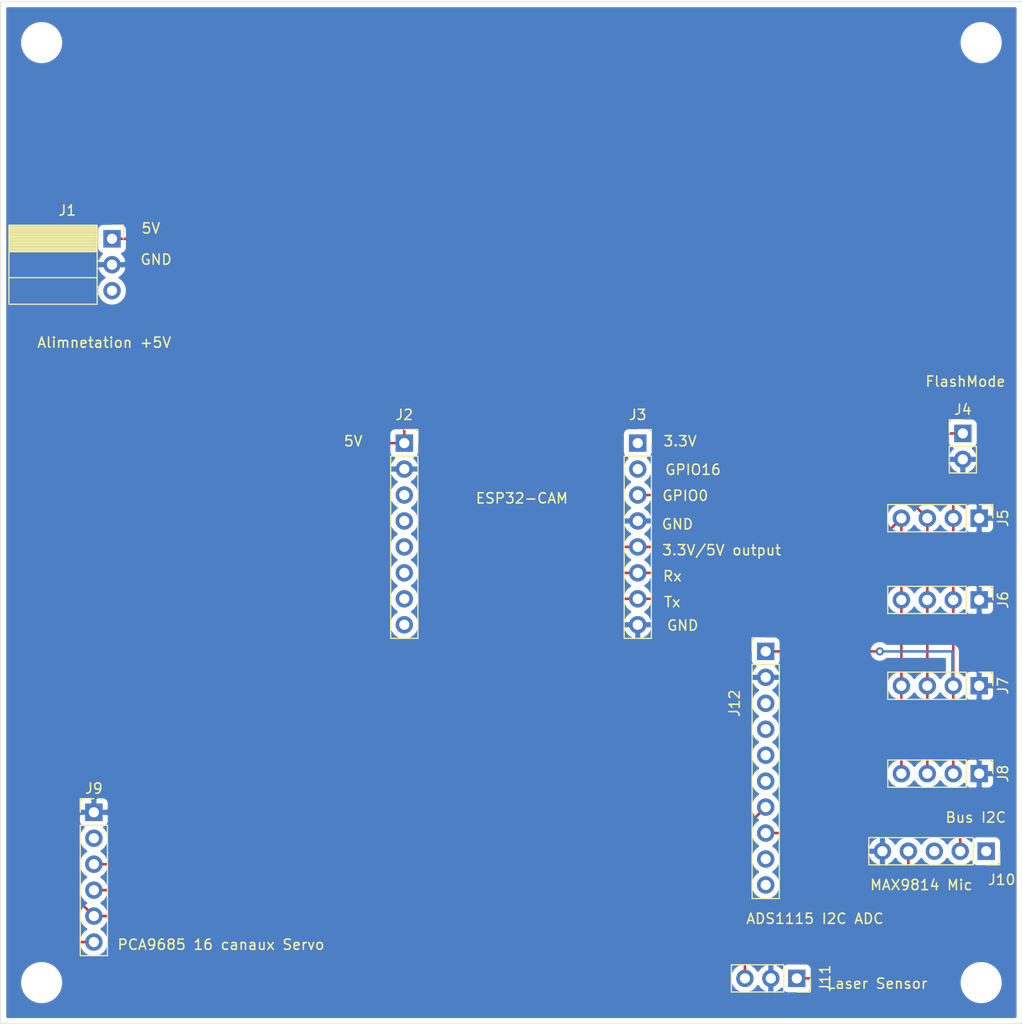
<source format=kicad_pcb>
(kicad_pcb (version 20171130) (host pcbnew 5.1.6-c6e7f7d~87~ubuntu20.04.1)

  (general
    (thickness 1.6)
    (drawings 40)
    (tracks 65)
    (zones 0)
    (modules 16)
    (nets 28)
  )

  (page A4)
  (title_block
    (title "ESP32-CAM Shooter")
    (date 2021-01-30)
    (rev 0.1)
    (company Jodaille)
  )

  (layers
    (0 F.Cu signal)
    (31 B.Cu signal)
    (32 B.Adhes user)
    (33 F.Adhes user)
    (34 B.Paste user)
    (35 F.Paste user)
    (36 B.SilkS user)
    (37 F.SilkS user)
    (38 B.Mask user)
    (39 F.Mask user)
    (40 Dwgs.User user)
    (41 Cmts.User user)
    (42 Eco1.User user)
    (43 Eco2.User user)
    (44 Edge.Cuts user)
    (45 Margin user)
    (46 B.CrtYd user)
    (47 F.CrtYd user)
    (48 B.Fab user)
    (49 F.Fab user hide)
  )

  (setup
    (last_trace_width 0.25)
    (trace_clearance 0.2)
    (zone_clearance 0.508)
    (zone_45_only no)
    (trace_min 0.2)
    (via_size 0.8)
    (via_drill 0.4)
    (via_min_size 0.4)
    (via_min_drill 0.3)
    (uvia_size 0.3)
    (uvia_drill 0.1)
    (uvias_allowed no)
    (uvia_min_size 0.2)
    (uvia_min_drill 0.1)
    (edge_width 0.05)
    (segment_width 0.2)
    (pcb_text_width 0.3)
    (pcb_text_size 1.5 1.5)
    (mod_edge_width 0.12)
    (mod_text_size 1 1)
    (mod_text_width 0.15)
    (pad_size 1.524 1.524)
    (pad_drill 0.762)
    (pad_to_mask_clearance 0.05)
    (aux_axis_origin 0 0)
    (visible_elements FFFFFF7F)
    (pcbplotparams
      (layerselection 0x010fc_ffffffff)
      (usegerberextensions false)
      (usegerberattributes true)
      (usegerberadvancedattributes true)
      (creategerberjobfile true)
      (excludeedgelayer true)
      (linewidth 0.100000)
      (plotframeref false)
      (viasonmask false)
      (mode 1)
      (useauxorigin false)
      (hpglpennumber 1)
      (hpglpenspeed 20)
      (hpglpendiameter 15.000000)
      (psnegative false)
      (psa4output false)
      (plotreference true)
      (plotvalue true)
      (plotinvisibletext false)
      (padsonsilk false)
      (subtractmaskfromsilk false)
      (outputformat 1)
      (mirror false)
      (drillshape 1)
      (scaleselection 1)
      (outputdirectory ""))
  )

  (net 0 "")
  (net 1 VCC)
  (net 2 GND)
  (net 3 "Net-(J1-Pad3)")
  (net 4 "Net-(J2-Pad3)")
  (net 5 "Net-(J2-Pad4)")
  (net 6 "Net-(J2-Pad5)")
  (net 7 "Net-(J2-Pad6)")
  (net 8 "Net-(J2-Pad7)")
  (net 9 "Net-(J2-Pad8)")
  (net 10 "Net-(J3-Pad7)")
  (net 11 "Net-(J3-Pad6)")
  (net 12 "Net-(J3-Pad3)")
  (net 13 "Net-(J3-Pad2)")
  (net 14 "Net-(J3-Pad1)")
  (net 15 "Net-(J12-Pad1)")
  (net 16 "Net-(J9-Pad2)")
  (net 17 "Net-(J10-Pad4)")
  (net 18 "Net-(J10-Pad3)")
  (net 19 "Net-(J10-Pad2)")
  (net 20 "Net-(J10-Pad1)")
  (net 21 "Net-(J11-Pad3)")
  (net 22 "Net-(J12-Pad10)")
  (net 23 "Net-(J12-Pad9)")
  (net 24 "Net-(J12-Pad6)")
  (net 25 "Net-(J12-Pad5)")
  (net 26 "Net-(J12-Pad4)")
  (net 27 "Net-(J12-Pad3)")

  (net_class Default "This is the default net class."
    (clearance 0.2)
    (trace_width 0.25)
    (via_dia 0.8)
    (via_drill 0.4)
    (uvia_dia 0.3)
    (uvia_drill 0.1)
    (add_net GND)
    (add_net "Net-(J1-Pad3)")
    (add_net "Net-(J10-Pad1)")
    (add_net "Net-(J10-Pad2)")
    (add_net "Net-(J10-Pad3)")
    (add_net "Net-(J10-Pad4)")
    (add_net "Net-(J11-Pad3)")
    (add_net "Net-(J12-Pad1)")
    (add_net "Net-(J12-Pad10)")
    (add_net "Net-(J12-Pad3)")
    (add_net "Net-(J12-Pad4)")
    (add_net "Net-(J12-Pad5)")
    (add_net "Net-(J12-Pad6)")
    (add_net "Net-(J12-Pad9)")
    (add_net "Net-(J2-Pad3)")
    (add_net "Net-(J2-Pad4)")
    (add_net "Net-(J2-Pad5)")
    (add_net "Net-(J2-Pad6)")
    (add_net "Net-(J2-Pad7)")
    (add_net "Net-(J2-Pad8)")
    (add_net "Net-(J3-Pad1)")
    (add_net "Net-(J3-Pad2)")
    (add_net "Net-(J3-Pad3)")
    (add_net "Net-(J3-Pad6)")
    (add_net "Net-(J3-Pad7)")
    (add_net "Net-(J9-Pad2)")
    (add_net VCC)
  )

  (module Connector_PinSocket_2.54mm:PinSocket_1x03_P2.54mm_Vertical (layer F.Cu) (tedit 5A19A429) (tstamp 60158468)
    (at 107.95 116.586 270)
    (descr "Through hole straight socket strip, 1x03, 2.54mm pitch, single row (from Kicad 4.0.7), script generated")
    (tags "Through hole socket strip THT 1x03 2.54mm single row")
    (path /6018122F)
    (fp_text reference J11 (at 0 -2.77 90) (layer F.SilkS)
      (effects (font (size 1 1) (thickness 0.15)))
    )
    (fp_text value "Laser sensor" (at 0 7.85 90) (layer F.Fab)
      (effects (font (size 1 1) (thickness 0.15)))
    )
    (fp_text user %R (at 0 2.54) (layer F.Fab)
      (effects (font (size 1 1) (thickness 0.15)))
    )
    (fp_line (start -1.27 -1.27) (end 0.635 -1.27) (layer F.Fab) (width 0.1))
    (fp_line (start 0.635 -1.27) (end 1.27 -0.635) (layer F.Fab) (width 0.1))
    (fp_line (start 1.27 -0.635) (end 1.27 6.35) (layer F.Fab) (width 0.1))
    (fp_line (start 1.27 6.35) (end -1.27 6.35) (layer F.Fab) (width 0.1))
    (fp_line (start -1.27 6.35) (end -1.27 -1.27) (layer F.Fab) (width 0.1))
    (fp_line (start -1.33 1.27) (end 1.33 1.27) (layer F.SilkS) (width 0.12))
    (fp_line (start -1.33 1.27) (end -1.33 6.41) (layer F.SilkS) (width 0.12))
    (fp_line (start -1.33 6.41) (end 1.33 6.41) (layer F.SilkS) (width 0.12))
    (fp_line (start 1.33 1.27) (end 1.33 6.41) (layer F.SilkS) (width 0.12))
    (fp_line (start 1.33 -1.33) (end 1.33 0) (layer F.SilkS) (width 0.12))
    (fp_line (start 0 -1.33) (end 1.33 -1.33) (layer F.SilkS) (width 0.12))
    (fp_line (start -1.8 -1.8) (end 1.75 -1.8) (layer F.CrtYd) (width 0.05))
    (fp_line (start 1.75 -1.8) (end 1.75 6.85) (layer F.CrtYd) (width 0.05))
    (fp_line (start 1.75 6.85) (end -1.8 6.85) (layer F.CrtYd) (width 0.05))
    (fp_line (start -1.8 6.85) (end -1.8 -1.8) (layer F.CrtYd) (width 0.05))
    (pad 3 thru_hole oval (at 0 5.08 270) (size 1.7 1.7) (drill 1) (layers *.Cu *.Mask)
      (net 21 "Net-(J11-Pad3)"))
    (pad 2 thru_hole oval (at 0 2.54 270) (size 1.7 1.7) (drill 1) (layers *.Cu *.Mask)
      (net 2 GND))
    (pad 1 thru_hole rect (at 0 0 270) (size 1.7 1.7) (drill 1) (layers *.Cu *.Mask)
      (net 17 "Net-(J10-Pad4)"))
    (model ${KISYS3DMOD}/Connector_PinSocket_2.54mm.3dshapes/PinSocket_1x03_P2.54mm_Vertical.wrl
      (at (xyz 0 0 0))
      (scale (xyz 1 1 1))
      (rotate (xyz 0 0 0))
    )
  )

  (module Connector_PinHeader_2.54mm:PinHeader_1x06_P2.54mm_Vertical (layer F.Cu) (tedit 59FED5CC) (tstamp 60158438)
    (at 39.116 100.33)
    (descr "Through hole straight pin header, 1x06, 2.54mm pitch, single row")
    (tags "Through hole pin header THT 1x06 2.54mm single row")
    (path /60143E8E)
    (fp_text reference J9 (at 0 -2.33) (layer F.SilkS)
      (effects (font (size 1 1) (thickness 0.15)))
    )
    (fp_text value PCA9685 (at 0 15.03) (layer F.Fab)
      (effects (font (size 1 1) (thickness 0.15)))
    )
    (fp_text user %R (at 0 6.35 90) (layer F.Fab)
      (effects (font (size 1 1) (thickness 0.15)))
    )
    (fp_line (start -0.635 -1.27) (end 1.27 -1.27) (layer F.Fab) (width 0.1))
    (fp_line (start 1.27 -1.27) (end 1.27 13.97) (layer F.Fab) (width 0.1))
    (fp_line (start 1.27 13.97) (end -1.27 13.97) (layer F.Fab) (width 0.1))
    (fp_line (start -1.27 13.97) (end -1.27 -0.635) (layer F.Fab) (width 0.1))
    (fp_line (start -1.27 -0.635) (end -0.635 -1.27) (layer F.Fab) (width 0.1))
    (fp_line (start -1.33 14.03) (end 1.33 14.03) (layer F.SilkS) (width 0.12))
    (fp_line (start -1.33 1.27) (end -1.33 14.03) (layer F.SilkS) (width 0.12))
    (fp_line (start 1.33 1.27) (end 1.33 14.03) (layer F.SilkS) (width 0.12))
    (fp_line (start -1.33 1.27) (end 1.33 1.27) (layer F.SilkS) (width 0.12))
    (fp_line (start -1.33 0) (end -1.33 -1.33) (layer F.SilkS) (width 0.12))
    (fp_line (start -1.33 -1.33) (end 0 -1.33) (layer F.SilkS) (width 0.12))
    (fp_line (start -1.8 -1.8) (end -1.8 14.5) (layer F.CrtYd) (width 0.05))
    (fp_line (start -1.8 14.5) (end 1.8 14.5) (layer F.CrtYd) (width 0.05))
    (fp_line (start 1.8 14.5) (end 1.8 -1.8) (layer F.CrtYd) (width 0.05))
    (fp_line (start 1.8 -1.8) (end -1.8 -1.8) (layer F.CrtYd) (width 0.05))
    (pad 6 thru_hole oval (at 0 12.7) (size 1.7 1.7) (drill 1) (layers *.Cu *.Mask)
      (net 1 VCC))
    (pad 5 thru_hole oval (at 0 10.16) (size 1.7 1.7) (drill 1) (layers *.Cu *.Mask)
      (net 15 "Net-(J12-Pad1)"))
    (pad 4 thru_hole oval (at 0 7.62) (size 1.7 1.7) (drill 1) (layers *.Cu *.Mask)
      (net 10 "Net-(J3-Pad7)"))
    (pad 3 thru_hole oval (at 0 5.08) (size 1.7 1.7) (drill 1) (layers *.Cu *.Mask)
      (net 11 "Net-(J3-Pad6)"))
    (pad 2 thru_hole oval (at 0 2.54) (size 1.7 1.7) (drill 1) (layers *.Cu *.Mask)
      (net 16 "Net-(J9-Pad2)"))
    (pad 1 thru_hole rect (at 0 0) (size 1.7 1.7) (drill 1) (layers *.Cu *.Mask)
      (net 2 GND))
    (model ${KISYS3DMOD}/Connector_PinHeader_2.54mm.3dshapes/PinHeader_1x06_P2.54mm_Vertical.wrl
      (at (xyz 0 0 0))
      (scale (xyz 1 1 1))
      (rotate (xyz 0 0 0))
    )
  )

  (module Connector_PinHeader_2.54mm:PinHeader_1x04_P2.54mm_Vertical (layer F.Cu) (tedit 59FED5CC) (tstamp 600A6068)
    (at 125.808 96.546 270)
    (descr "Through hole straight pin header, 1x04, 2.54mm pitch, single row")
    (tags "Through hole pin header THT 1x04 2.54mm single row")
    (path /600DF17F)
    (fp_text reference J8 (at 0 -2.33 90) (layer F.SilkS)
      (effects (font (size 1 1) (thickness 0.15)))
    )
    (fp_text value "I2C Autre" (at 0 9.95 90) (layer F.Fab)
      (effects (font (size 1 1) (thickness 0.15)))
    )
    (fp_text user %R (at 0 3.81) (layer F.Fab)
      (effects (font (size 1 1) (thickness 0.15)))
    )
    (fp_line (start -0.635 -1.27) (end 1.27 -1.27) (layer F.Fab) (width 0.1))
    (fp_line (start 1.27 -1.27) (end 1.27 8.89) (layer F.Fab) (width 0.1))
    (fp_line (start 1.27 8.89) (end -1.27 8.89) (layer F.Fab) (width 0.1))
    (fp_line (start -1.27 8.89) (end -1.27 -0.635) (layer F.Fab) (width 0.1))
    (fp_line (start -1.27 -0.635) (end -0.635 -1.27) (layer F.Fab) (width 0.1))
    (fp_line (start -1.33 8.95) (end 1.33 8.95) (layer F.SilkS) (width 0.12))
    (fp_line (start -1.33 1.27) (end -1.33 8.95) (layer F.SilkS) (width 0.12))
    (fp_line (start 1.33 1.27) (end 1.33 8.95) (layer F.SilkS) (width 0.12))
    (fp_line (start -1.33 1.27) (end 1.33 1.27) (layer F.SilkS) (width 0.12))
    (fp_line (start -1.33 0) (end -1.33 -1.33) (layer F.SilkS) (width 0.12))
    (fp_line (start -1.33 -1.33) (end 0 -1.33) (layer F.SilkS) (width 0.12))
    (fp_line (start -1.8 -1.8) (end -1.8 9.4) (layer F.CrtYd) (width 0.05))
    (fp_line (start -1.8 9.4) (end 1.8 9.4) (layer F.CrtYd) (width 0.05))
    (fp_line (start 1.8 9.4) (end 1.8 -1.8) (layer F.CrtYd) (width 0.05))
    (fp_line (start 1.8 -1.8) (end -1.8 -1.8) (layer F.CrtYd) (width 0.05))
    (pad 4 thru_hole oval (at 0 7.62 270) (size 1.7 1.7) (drill 1) (layers *.Cu *.Mask)
      (net 10 "Net-(J3-Pad7)"))
    (pad 3 thru_hole oval (at 0 5.08 270) (size 1.7 1.7) (drill 1) (layers *.Cu *.Mask)
      (net 11 "Net-(J3-Pad6)"))
    (pad 2 thru_hole oval (at 0 2.54 270) (size 1.7 1.7) (drill 1) (layers *.Cu *.Mask)
      (net 15 "Net-(J12-Pad1)"))
    (pad 1 thru_hole rect (at 0 0 270) (size 1.7 1.7) (drill 1) (layers *.Cu *.Mask)
      (net 2 GND))
    (model ${KISYS3DMOD}/Connector_PinHeader_2.54mm.3dshapes/PinHeader_1x04_P2.54mm_Vertical.wrl
      (at (xyz 0 0 0))
      (scale (xyz 1 1 1))
      (rotate (xyz 0 0 0))
    )
  )

  (module Connector_PinHeader_2.54mm:PinHeader_1x04_P2.54mm_Vertical (layer F.Cu) (tedit 59FED5CC) (tstamp 600A6050)
    (at 125.808 87.946 270)
    (descr "Through hole straight pin header, 1x04, 2.54mm pitch, single row")
    (tags "Through hole pin header THT 1x04 2.54mm single row")
    (path /600DE3E9)
    (fp_text reference J7 (at 0 -2.33 90) (layer F.SilkS)
      (effects (font (size 1 1) (thickness 0.15)))
    )
    (fp_text value "I2C ssd1306 Screen" (at 0 9.95 90) (layer F.Fab)
      (effects (font (size 1 1) (thickness 0.15)))
    )
    (fp_text user %R (at 0 3.81) (layer F.Fab)
      (effects (font (size 1 1) (thickness 0.15)))
    )
    (fp_line (start -0.635 -1.27) (end 1.27 -1.27) (layer F.Fab) (width 0.1))
    (fp_line (start 1.27 -1.27) (end 1.27 8.89) (layer F.Fab) (width 0.1))
    (fp_line (start 1.27 8.89) (end -1.27 8.89) (layer F.Fab) (width 0.1))
    (fp_line (start -1.27 8.89) (end -1.27 -0.635) (layer F.Fab) (width 0.1))
    (fp_line (start -1.27 -0.635) (end -0.635 -1.27) (layer F.Fab) (width 0.1))
    (fp_line (start -1.33 8.95) (end 1.33 8.95) (layer F.SilkS) (width 0.12))
    (fp_line (start -1.33 1.27) (end -1.33 8.95) (layer F.SilkS) (width 0.12))
    (fp_line (start 1.33 1.27) (end 1.33 8.95) (layer F.SilkS) (width 0.12))
    (fp_line (start -1.33 1.27) (end 1.33 1.27) (layer F.SilkS) (width 0.12))
    (fp_line (start -1.33 0) (end -1.33 -1.33) (layer F.SilkS) (width 0.12))
    (fp_line (start -1.33 -1.33) (end 0 -1.33) (layer F.SilkS) (width 0.12))
    (fp_line (start -1.8 -1.8) (end -1.8 9.4) (layer F.CrtYd) (width 0.05))
    (fp_line (start -1.8 9.4) (end 1.8 9.4) (layer F.CrtYd) (width 0.05))
    (fp_line (start 1.8 9.4) (end 1.8 -1.8) (layer F.CrtYd) (width 0.05))
    (fp_line (start 1.8 -1.8) (end -1.8 -1.8) (layer F.CrtYd) (width 0.05))
    (pad 4 thru_hole oval (at 0 7.62 270) (size 1.7 1.7) (drill 1) (layers *.Cu *.Mask)
      (net 10 "Net-(J3-Pad7)"))
    (pad 3 thru_hole oval (at 0 5.08 270) (size 1.7 1.7) (drill 1) (layers *.Cu *.Mask)
      (net 11 "Net-(J3-Pad6)"))
    (pad 2 thru_hole oval (at 0 2.54 270) (size 1.7 1.7) (drill 1) (layers *.Cu *.Mask)
      (net 15 "Net-(J12-Pad1)"))
    (pad 1 thru_hole rect (at 0 0 270) (size 1.7 1.7) (drill 1) (layers *.Cu *.Mask)
      (net 2 GND))
    (model ${KISYS3DMOD}/Connector_PinHeader_2.54mm.3dshapes/PinHeader_1x04_P2.54mm_Vertical.wrl
      (at (xyz 0 0 0))
      (scale (xyz 1 1 1))
      (rotate (xyz 0 0 0))
    )
  )

  (module Connector_PinHeader_2.54mm:PinHeader_1x04_P2.54mm_Vertical (layer F.Cu) (tedit 59FED5CC) (tstamp 600A6038)
    (at 125.808 79.546 270)
    (descr "Through hole straight pin header, 1x04, 2.54mm pitch, single row")
    (tags "Through hole pin header THT 1x04 2.54mm single row")
    (path /600DC7EA)
    (fp_text reference J6 (at 0 -2.33 90) (layer F.SilkS)
      (effects (font (size 1 1) (thickness 0.15)))
    )
    (fp_text value "I2C DS3231 RTC" (at 0 9.95 90) (layer F.Fab)
      (effects (font (size 1 1) (thickness 0.15)))
    )
    (fp_text user %R (at 0 3.81) (layer F.Fab)
      (effects (font (size 1 1) (thickness 0.15)))
    )
    (fp_line (start -0.635 -1.27) (end 1.27 -1.27) (layer F.Fab) (width 0.1))
    (fp_line (start 1.27 -1.27) (end 1.27 8.89) (layer F.Fab) (width 0.1))
    (fp_line (start 1.27 8.89) (end -1.27 8.89) (layer F.Fab) (width 0.1))
    (fp_line (start -1.27 8.89) (end -1.27 -0.635) (layer F.Fab) (width 0.1))
    (fp_line (start -1.27 -0.635) (end -0.635 -1.27) (layer F.Fab) (width 0.1))
    (fp_line (start -1.33 8.95) (end 1.33 8.95) (layer F.SilkS) (width 0.12))
    (fp_line (start -1.33 1.27) (end -1.33 8.95) (layer F.SilkS) (width 0.12))
    (fp_line (start 1.33 1.27) (end 1.33 8.95) (layer F.SilkS) (width 0.12))
    (fp_line (start -1.33 1.27) (end 1.33 1.27) (layer F.SilkS) (width 0.12))
    (fp_line (start -1.33 0) (end -1.33 -1.33) (layer F.SilkS) (width 0.12))
    (fp_line (start -1.33 -1.33) (end 0 -1.33) (layer F.SilkS) (width 0.12))
    (fp_line (start -1.8 -1.8) (end -1.8 9.4) (layer F.CrtYd) (width 0.05))
    (fp_line (start -1.8 9.4) (end 1.8 9.4) (layer F.CrtYd) (width 0.05))
    (fp_line (start 1.8 9.4) (end 1.8 -1.8) (layer F.CrtYd) (width 0.05))
    (fp_line (start 1.8 -1.8) (end -1.8 -1.8) (layer F.CrtYd) (width 0.05))
    (pad 4 thru_hole oval (at 0 7.62 270) (size 1.7 1.7) (drill 1) (layers *.Cu *.Mask)
      (net 10 "Net-(J3-Pad7)"))
    (pad 3 thru_hole oval (at 0 5.08 270) (size 1.7 1.7) (drill 1) (layers *.Cu *.Mask)
      (net 11 "Net-(J3-Pad6)"))
    (pad 2 thru_hole oval (at 0 2.54 270) (size 1.7 1.7) (drill 1) (layers *.Cu *.Mask)
      (net 15 "Net-(J12-Pad1)"))
    (pad 1 thru_hole rect (at 0 0 270) (size 1.7 1.7) (drill 1) (layers *.Cu *.Mask)
      (net 2 GND))
    (model ${KISYS3DMOD}/Connector_PinHeader_2.54mm.3dshapes/PinHeader_1x04_P2.54mm_Vertical.wrl
      (at (xyz 0 0 0))
      (scale (xyz 1 1 1))
      (rotate (xyz 0 0 0))
    )
  )

  (module Connector_PinHeader_2.54mm:PinHeader_1x04_P2.54mm_Vertical (layer F.Cu) (tedit 59FED5CC) (tstamp 600A6020)
    (at 125.808 71.546 270)
    (descr "Through hole straight pin header, 1x04, 2.54mm pitch, single row")
    (tags "Through hole pin header THT 1x04 2.54mm single row")
    (path /600A6DA6)
    (fp_text reference J5 (at 0 -2.33 90) (layer F.SilkS)
      (effects (font (size 1 1) (thickness 0.15)))
    )
    (fp_text value "I2C SX1509 (16 GPIO)" (at 0 9.95 90) (layer F.Fab)
      (effects (font (size 1 1) (thickness 0.15)))
    )
    (fp_text user %R (at 0 3.81) (layer F.Fab)
      (effects (font (size 1 1) (thickness 0.15)))
    )
    (fp_line (start -0.635 -1.27) (end 1.27 -1.27) (layer F.Fab) (width 0.1))
    (fp_line (start 1.27 -1.27) (end 1.27 8.89) (layer F.Fab) (width 0.1))
    (fp_line (start 1.27 8.89) (end -1.27 8.89) (layer F.Fab) (width 0.1))
    (fp_line (start -1.27 8.89) (end -1.27 -0.635) (layer F.Fab) (width 0.1))
    (fp_line (start -1.27 -0.635) (end -0.635 -1.27) (layer F.Fab) (width 0.1))
    (fp_line (start -1.33 8.95) (end 1.33 8.95) (layer F.SilkS) (width 0.12))
    (fp_line (start -1.33 1.27) (end -1.33 8.95) (layer F.SilkS) (width 0.12))
    (fp_line (start 1.33 1.27) (end 1.33 8.95) (layer F.SilkS) (width 0.12))
    (fp_line (start -1.33 1.27) (end 1.33 1.27) (layer F.SilkS) (width 0.12))
    (fp_line (start -1.33 0) (end -1.33 -1.33) (layer F.SilkS) (width 0.12))
    (fp_line (start -1.33 -1.33) (end 0 -1.33) (layer F.SilkS) (width 0.12))
    (fp_line (start -1.8 -1.8) (end -1.8 9.4) (layer F.CrtYd) (width 0.05))
    (fp_line (start -1.8 9.4) (end 1.8 9.4) (layer F.CrtYd) (width 0.05))
    (fp_line (start 1.8 9.4) (end 1.8 -1.8) (layer F.CrtYd) (width 0.05))
    (fp_line (start 1.8 -1.8) (end -1.8 -1.8) (layer F.CrtYd) (width 0.05))
    (pad 4 thru_hole oval (at 0 7.62 270) (size 1.7 1.7) (drill 1) (layers *.Cu *.Mask)
      (net 10 "Net-(J3-Pad7)"))
    (pad 3 thru_hole oval (at 0 5.08 270) (size 1.7 1.7) (drill 1) (layers *.Cu *.Mask)
      (net 11 "Net-(J3-Pad6)"))
    (pad 2 thru_hole oval (at 0 2.54 270) (size 1.7 1.7) (drill 1) (layers *.Cu *.Mask)
      (net 15 "Net-(J12-Pad1)"))
    (pad 1 thru_hole rect (at 0 0 270) (size 1.7 1.7) (drill 1) (layers *.Cu *.Mask)
      (net 2 GND))
    (model ${KISYS3DMOD}/Connector_PinHeader_2.54mm.3dshapes/PinHeader_1x04_P2.54mm_Vertical.wrl
      (at (xyz 0 0 0))
      (scale (xyz 1 1 1))
      (rotate (xyz 0 0 0))
    )
  )

  (module Connector_PinHeader_2.54mm:PinHeader_1x02_P2.54mm_Vertical (layer F.Cu) (tedit 59FED5CC) (tstamp 600A6008)
    (at 124.206 63.246)
    (descr "Through hole straight pin header, 1x02, 2.54mm pitch, single row")
    (tags "Through hole pin header THT 1x02 2.54mm single row")
    (path /600CBD87)
    (fp_text reference J4 (at 0 -2.33) (layer F.SilkS)
      (effects (font (size 1 1) (thickness 0.15)))
    )
    (fp_text value "Flash mode" (at 0 4.87) (layer F.Fab)
      (effects (font (size 1 1) (thickness 0.15)))
    )
    (fp_text user %R (at 0 1.27 90) (layer F.Fab)
      (effects (font (size 1 1) (thickness 0.15)))
    )
    (fp_line (start -0.635 -1.27) (end 1.27 -1.27) (layer F.Fab) (width 0.1))
    (fp_line (start 1.27 -1.27) (end 1.27 3.81) (layer F.Fab) (width 0.1))
    (fp_line (start 1.27 3.81) (end -1.27 3.81) (layer F.Fab) (width 0.1))
    (fp_line (start -1.27 3.81) (end -1.27 -0.635) (layer F.Fab) (width 0.1))
    (fp_line (start -1.27 -0.635) (end -0.635 -1.27) (layer F.Fab) (width 0.1))
    (fp_line (start -1.33 3.87) (end 1.33 3.87) (layer F.SilkS) (width 0.12))
    (fp_line (start -1.33 1.27) (end -1.33 3.87) (layer F.SilkS) (width 0.12))
    (fp_line (start 1.33 1.27) (end 1.33 3.87) (layer F.SilkS) (width 0.12))
    (fp_line (start -1.33 1.27) (end 1.33 1.27) (layer F.SilkS) (width 0.12))
    (fp_line (start -1.33 0) (end -1.33 -1.33) (layer F.SilkS) (width 0.12))
    (fp_line (start -1.33 -1.33) (end 0 -1.33) (layer F.SilkS) (width 0.12))
    (fp_line (start -1.8 -1.8) (end -1.8 4.35) (layer F.CrtYd) (width 0.05))
    (fp_line (start -1.8 4.35) (end 1.8 4.35) (layer F.CrtYd) (width 0.05))
    (fp_line (start 1.8 4.35) (end 1.8 -1.8) (layer F.CrtYd) (width 0.05))
    (fp_line (start 1.8 -1.8) (end -1.8 -1.8) (layer F.CrtYd) (width 0.05))
    (pad 2 thru_hole oval (at 0 2.54) (size 1.7 1.7) (drill 1) (layers *.Cu *.Mask)
      (net 2 GND))
    (pad 1 thru_hole rect (at 0 0) (size 1.7 1.7) (drill 1) (layers *.Cu *.Mask)
      (net 12 "Net-(J3-Pad3)"))
    (model ${KISYS3DMOD}/Connector_PinHeader_2.54mm.3dshapes/PinHeader_1x02_P2.54mm_Vertical.wrl
      (at (xyz 0 0 0))
      (scale (xyz 1 1 1))
      (rotate (xyz 0 0 0))
    )
  )

  (module Connector_PinHeader_2.54mm:PinHeader_1x10_P2.54mm_Vertical (layer F.Cu) (tedit 59FED5CC) (tstamp 60158486)
    (at 104.902 84.582)
    (descr "Through hole straight pin header, 1x10, 2.54mm pitch, single row")
    (tags "Through hole pin header THT 1x10 2.54mm single row")
    (path /60142EBD)
    (fp_text reference J12 (at -3.048 5.08 90) (layer F.SilkS)
      (effects (font (size 1 1) (thickness 0.15)))
    )
    (fp_text value ADS1115 (at 0 25.19) (layer F.Fab)
      (effects (font (size 1 1) (thickness 0.15)))
    )
    (fp_text user %R (at 0 11.43 90) (layer F.Fab)
      (effects (font (size 1 1) (thickness 0.15)))
    )
    (fp_line (start -0.635 -1.27) (end 1.27 -1.27) (layer F.Fab) (width 0.1))
    (fp_line (start 1.27 -1.27) (end 1.27 24.13) (layer F.Fab) (width 0.1))
    (fp_line (start 1.27 24.13) (end -1.27 24.13) (layer F.Fab) (width 0.1))
    (fp_line (start -1.27 24.13) (end -1.27 -0.635) (layer F.Fab) (width 0.1))
    (fp_line (start -1.27 -0.635) (end -0.635 -1.27) (layer F.Fab) (width 0.1))
    (fp_line (start -1.33 24.19) (end 1.33 24.19) (layer F.SilkS) (width 0.12))
    (fp_line (start -1.33 1.27) (end -1.33 24.19) (layer F.SilkS) (width 0.12))
    (fp_line (start 1.33 1.27) (end 1.33 24.19) (layer F.SilkS) (width 0.12))
    (fp_line (start -1.33 1.27) (end 1.33 1.27) (layer F.SilkS) (width 0.12))
    (fp_line (start -1.33 0) (end -1.33 -1.33) (layer F.SilkS) (width 0.12))
    (fp_line (start -1.33 -1.33) (end 0 -1.33) (layer F.SilkS) (width 0.12))
    (fp_line (start -1.8 -1.8) (end -1.8 24.65) (layer F.CrtYd) (width 0.05))
    (fp_line (start -1.8 24.65) (end 1.8 24.65) (layer F.CrtYd) (width 0.05))
    (fp_line (start 1.8 24.65) (end 1.8 -1.8) (layer F.CrtYd) (width 0.05))
    (fp_line (start 1.8 -1.8) (end -1.8 -1.8) (layer F.CrtYd) (width 0.05))
    (pad 10 thru_hole oval (at 0 22.86) (size 1.7 1.7) (drill 1) (layers *.Cu *.Mask)
      (net 22 "Net-(J12-Pad10)"))
    (pad 9 thru_hole oval (at 0 20.32) (size 1.7 1.7) (drill 1) (layers *.Cu *.Mask)
      (net 23 "Net-(J12-Pad9)"))
    (pad 8 thru_hole oval (at 0 17.78) (size 1.7 1.7) (drill 1) (layers *.Cu *.Mask)
      (net 19 "Net-(J10-Pad2)"))
    (pad 7 thru_hole oval (at 0 15.24) (size 1.7 1.7) (drill 1) (layers *.Cu *.Mask)
      (net 21 "Net-(J11-Pad3)"))
    (pad 6 thru_hole oval (at 0 12.7) (size 1.7 1.7) (drill 1) (layers *.Cu *.Mask)
      (net 24 "Net-(J12-Pad6)"))
    (pad 5 thru_hole oval (at 0 10.16) (size 1.7 1.7) (drill 1) (layers *.Cu *.Mask)
      (net 25 "Net-(J12-Pad5)"))
    (pad 4 thru_hole oval (at 0 7.62) (size 1.7 1.7) (drill 1) (layers *.Cu *.Mask)
      (net 26 "Net-(J12-Pad4)"))
    (pad 3 thru_hole oval (at 0 5.08) (size 1.7 1.7) (drill 1) (layers *.Cu *.Mask)
      (net 27 "Net-(J12-Pad3)"))
    (pad 2 thru_hole oval (at 0 2.54) (size 1.7 1.7) (drill 1) (layers *.Cu *.Mask)
      (net 2 GND))
    (pad 1 thru_hole rect (at 0 0) (size 1.7 1.7) (drill 1) (layers *.Cu *.Mask)
      (net 15 "Net-(J12-Pad1)"))
    (model ${KISYS3DMOD}/Connector_PinHeader_2.54mm.3dshapes/PinHeader_1x10_P2.54mm_Vertical.wrl
      (at (xyz 0 0 0))
      (scale (xyz 1 1 1))
      (rotate (xyz 0 0 0))
    )
  )

  (module Connector_PinSocket_2.54mm:PinSocket_1x05_P2.54mm_Vertical (layer F.Cu) (tedit 5A19A420) (tstamp 6015A989)
    (at 126.492 104.14 270)
    (descr "Through hole straight socket strip, 1x05, 2.54mm pitch, single row (from Kicad 4.0.7), script generated")
    (tags "Through hole socket strip THT 1x05 2.54mm single row")
    (path /601ADA8C)
    (fp_text reference J10 (at 2.794 -1.524) (layer F.SilkS)
      (effects (font (size 1 1) (thickness 0.15)))
    )
    (fp_text value MAX9814 (at 0 12.93 90) (layer F.Fab)
      (effects (font (size 1 1) (thickness 0.15)))
    )
    (fp_text user %R (at 0 5.08) (layer F.Fab)
      (effects (font (size 1 1) (thickness 0.15)))
    )
    (fp_line (start -1.27 -1.27) (end 0.635 -1.27) (layer F.Fab) (width 0.1))
    (fp_line (start 0.635 -1.27) (end 1.27 -0.635) (layer F.Fab) (width 0.1))
    (fp_line (start 1.27 -0.635) (end 1.27 11.43) (layer F.Fab) (width 0.1))
    (fp_line (start 1.27 11.43) (end -1.27 11.43) (layer F.Fab) (width 0.1))
    (fp_line (start -1.27 11.43) (end -1.27 -1.27) (layer F.Fab) (width 0.1))
    (fp_line (start -1.33 1.27) (end 1.33 1.27) (layer F.SilkS) (width 0.12))
    (fp_line (start -1.33 1.27) (end -1.33 11.49) (layer F.SilkS) (width 0.12))
    (fp_line (start -1.33 11.49) (end 1.33 11.49) (layer F.SilkS) (width 0.12))
    (fp_line (start 1.33 1.27) (end 1.33 11.49) (layer F.SilkS) (width 0.12))
    (fp_line (start 1.33 -1.33) (end 1.33 0) (layer F.SilkS) (width 0.12))
    (fp_line (start 0 -1.33) (end 1.33 -1.33) (layer F.SilkS) (width 0.12))
    (fp_line (start -1.8 -1.8) (end 1.75 -1.8) (layer F.CrtYd) (width 0.05))
    (fp_line (start 1.75 -1.8) (end 1.75 11.9) (layer F.CrtYd) (width 0.05))
    (fp_line (start 1.75 11.9) (end -1.8 11.9) (layer F.CrtYd) (width 0.05))
    (fp_line (start -1.8 11.9) (end -1.8 -1.8) (layer F.CrtYd) (width 0.05))
    (pad 5 thru_hole oval (at 0 10.16 270) (size 1.7 1.7) (drill 1) (layers *.Cu *.Mask)
      (net 2 GND))
    (pad 4 thru_hole oval (at 0 7.62 270) (size 1.7 1.7) (drill 1) (layers *.Cu *.Mask)
      (net 17 "Net-(J10-Pad4)"))
    (pad 3 thru_hole oval (at 0 5.08 270) (size 1.7 1.7) (drill 1) (layers *.Cu *.Mask)
      (net 18 "Net-(J10-Pad3)"))
    (pad 2 thru_hole oval (at 0 2.54 270) (size 1.7 1.7) (drill 1) (layers *.Cu *.Mask)
      (net 19 "Net-(J10-Pad2)"))
    (pad 1 thru_hole rect (at 0 0 270) (size 1.7 1.7) (drill 1) (layers *.Cu *.Mask)
      (net 20 "Net-(J10-Pad1)"))
    (model ${KISYS3DMOD}/Connector_PinSocket_2.54mm.3dshapes/PinSocket_1x05_P2.54mm_Vertical.wrl
      (at (xyz 0 0 0))
      (scale (xyz 1 1 1))
      (rotate (xyz 0 0 0))
    )
  )

  (module MountingHole:MountingHole_3mm (layer F.Cu) (tedit 56D1B4CB) (tstamp 6013775E)
    (at 34 117)
    (descr "Mounting Hole 3mm, no annular")
    (tags "mounting hole 3mm no annular")
    (attr virtual)
    (fp_text reference REF** (at 0 -4) (layer F.SilkS) hide
      (effects (font (size 1 1) (thickness 0.15)))
    )
    (fp_text value MountingHole_3mm (at 0 4) (layer F.Fab)
      (effects (font (size 1 1) (thickness 0.15)))
    )
    (fp_circle (center 0 0) (end 3.25 0) (layer F.CrtYd) (width 0.05))
    (fp_circle (center 0 0) (end 3 0) (layer Cmts.User) (width 0.15))
    (fp_text user %R (at 0.3 0) (layer F.Fab)
      (effects (font (size 1 1) (thickness 0.15)))
    )
    (pad 1 np_thru_hole circle (at 0 0) (size 3 3) (drill 3) (layers *.Cu *.Mask))
  )

  (module MountingHole:MountingHole_3mm (layer F.Cu) (tedit 56D1B4CB) (tstamp 6013773A)
    (at 126 117)
    (descr "Mounting Hole 3mm, no annular")
    (tags "mounting hole 3mm no annular")
    (attr virtual)
    (fp_text reference REF** (at 0 -4) (layer F.SilkS) hide
      (effects (font (size 1 1) (thickness 0.15)))
    )
    (fp_text value MountingHole_3mm (at 0 4) (layer F.Fab)
      (effects (font (size 1 1) (thickness 0.15)))
    )
    (fp_circle (center 0 0) (end 3.25 0) (layer F.CrtYd) (width 0.05))
    (fp_circle (center 0 0) (end 3 0) (layer Cmts.User) (width 0.15))
    (fp_text user %R (at 0.3 0) (layer F.Fab)
      (effects (font (size 1 1) (thickness 0.15)))
    )
    (pad 1 np_thru_hole circle (at 0 0) (size 3 3) (drill 3) (layers *.Cu *.Mask))
  )

  (module MountingHole:MountingHole_3mm (layer F.Cu) (tedit 56D1B4CB) (tstamp 601376EA)
    (at 126 25)
    (descr "Mounting Hole 3mm, no annular")
    (tags "mounting hole 3mm no annular")
    (attr virtual)
    (fp_text reference REF** (at 0 -4) (layer F.SilkS) hide
      (effects (font (size 1 1) (thickness 0.15)))
    )
    (fp_text value MountingHole_3mm (at 0 4) (layer F.Fab)
      (effects (font (size 1 1) (thickness 0.15)))
    )
    (fp_circle (center 0 0) (end 3.25 0) (layer F.CrtYd) (width 0.05))
    (fp_circle (center 0 0) (end 3 0) (layer Cmts.User) (width 0.15))
    (fp_text user %R (at 0.3 0) (layer F.Fab)
      (effects (font (size 1 1) (thickness 0.15)))
    )
    (pad 1 np_thru_hole circle (at 0 0) (size 3 3) (drill 3) (layers *.Cu *.Mask))
  )

  (module MountingHole:MountingHole_3mm (layer F.Cu) (tedit 56D1B4CB) (tstamp 6013768C)
    (at 34 25)
    (descr "Mounting Hole 3mm, no annular")
    (tags "mounting hole 3mm no annular")
    (attr virtual)
    (fp_text reference REF** (at 0 -4) (layer F.SilkS) hide
      (effects (font (size 1 1) (thickness 0.15)))
    )
    (fp_text value MountingHole_3mm (at 0 4) (layer F.Fab)
      (effects (font (size 1 1) (thickness 0.15)))
    )
    (fp_circle (center 0 0) (end 3.25 0) (layer F.CrtYd) (width 0.05))
    (fp_circle (center 0 0) (end 3 0) (layer Cmts.User) (width 0.15))
    (fp_text user %R (at 0.3 0) (layer F.Fab)
      (effects (font (size 1 1) (thickness 0.15)))
    )
    (pad 1 np_thru_hole circle (at 0 0) (size 3 3) (drill 3) (layers *.Cu *.Mask))
  )

  (module Connector_PinSocket_2.54mm:PinSocket_1x03_P2.54mm_Horizontal (layer F.Cu) (tedit 5A19A429) (tstamp 600A5FBA)
    (at 40.894 44.196)
    (descr "Through hole angled socket strip, 1x03, 2.54mm pitch, 8.51mm socket length, single row (from Kicad 4.0.7), script generated")
    (tags "Through hole angled socket strip THT 1x03 2.54mm single row")
    (path /6009E397)
    (fp_text reference J1 (at -4.38 -2.77) (layer F.SilkS)
      (effects (font (size 1 1) (thickness 0.15)))
    )
    (fp_text value "Bornier 3 points" (at -4.38 7.85) (layer F.Fab)
      (effects (font (size 1 1) (thickness 0.15)))
    )
    (fp_line (start 1.75 6.85) (end 1.75 -1.8) (layer F.CrtYd) (width 0.05))
    (fp_line (start -10.55 6.85) (end 1.75 6.85) (layer F.CrtYd) (width 0.05))
    (fp_line (start -10.55 -1.8) (end -10.55 6.85) (layer F.CrtYd) (width 0.05))
    (fp_line (start 1.75 -1.8) (end -10.55 -1.8) (layer F.CrtYd) (width 0.05))
    (fp_line (start 0 -1.33) (end 1.11 -1.33) (layer F.SilkS) (width 0.12))
    (fp_line (start 1.11 -1.33) (end 1.11 0) (layer F.SilkS) (width 0.12))
    (fp_line (start -10.09 -1.33) (end -10.09 6.41) (layer F.SilkS) (width 0.12))
    (fp_line (start -10.09 6.41) (end -1.46 6.41) (layer F.SilkS) (width 0.12))
    (fp_line (start -1.46 -1.33) (end -1.46 6.41) (layer F.SilkS) (width 0.12))
    (fp_line (start -10.09 -1.33) (end -1.46 -1.33) (layer F.SilkS) (width 0.12))
    (fp_line (start -10.09 3.81) (end -1.46 3.81) (layer F.SilkS) (width 0.12))
    (fp_line (start -10.09 1.27) (end -1.46 1.27) (layer F.SilkS) (width 0.12))
    (fp_line (start -1.46 5.44) (end -1.05 5.44) (layer F.SilkS) (width 0.12))
    (fp_line (start -1.46 4.72) (end -1.05 4.72) (layer F.SilkS) (width 0.12))
    (fp_line (start -1.46 2.9) (end -1.05 2.9) (layer F.SilkS) (width 0.12))
    (fp_line (start -1.46 2.18) (end -1.05 2.18) (layer F.SilkS) (width 0.12))
    (fp_line (start -1.46 0.36) (end -1.11 0.36) (layer F.SilkS) (width 0.12))
    (fp_line (start -1.46 -0.36) (end -1.11 -0.36) (layer F.SilkS) (width 0.12))
    (fp_line (start -10.09 1.1519) (end -1.46 1.1519) (layer F.SilkS) (width 0.12))
    (fp_line (start -10.09 1.033805) (end -1.46 1.033805) (layer F.SilkS) (width 0.12))
    (fp_line (start -10.09 0.91571) (end -1.46 0.91571) (layer F.SilkS) (width 0.12))
    (fp_line (start -10.09 0.797615) (end -1.46 0.797615) (layer F.SilkS) (width 0.12))
    (fp_line (start -10.09 0.67952) (end -1.46 0.67952) (layer F.SilkS) (width 0.12))
    (fp_line (start -10.09 0.561425) (end -1.46 0.561425) (layer F.SilkS) (width 0.12))
    (fp_line (start -10.09 0.44333) (end -1.46 0.44333) (layer F.SilkS) (width 0.12))
    (fp_line (start -10.09 0.325235) (end -1.46 0.325235) (layer F.SilkS) (width 0.12))
    (fp_line (start -10.09 0.20714) (end -1.46 0.20714) (layer F.SilkS) (width 0.12))
    (fp_line (start -10.09 0.089045) (end -1.46 0.089045) (layer F.SilkS) (width 0.12))
    (fp_line (start -10.09 -0.02905) (end -1.46 -0.02905) (layer F.SilkS) (width 0.12))
    (fp_line (start -10.09 -0.147145) (end -1.46 -0.147145) (layer F.SilkS) (width 0.12))
    (fp_line (start -10.09 -0.26524) (end -1.46 -0.26524) (layer F.SilkS) (width 0.12))
    (fp_line (start -10.09 -0.383335) (end -1.46 -0.383335) (layer F.SilkS) (width 0.12))
    (fp_line (start -10.09 -0.50143) (end -1.46 -0.50143) (layer F.SilkS) (width 0.12))
    (fp_line (start -10.09 -0.619525) (end -1.46 -0.619525) (layer F.SilkS) (width 0.12))
    (fp_line (start -10.09 -0.73762) (end -1.46 -0.73762) (layer F.SilkS) (width 0.12))
    (fp_line (start -10.09 -0.855715) (end -1.46 -0.855715) (layer F.SilkS) (width 0.12))
    (fp_line (start -10.09 -0.97381) (end -1.46 -0.97381) (layer F.SilkS) (width 0.12))
    (fp_line (start -10.09 -1.091905) (end -1.46 -1.091905) (layer F.SilkS) (width 0.12))
    (fp_line (start -10.09 -1.21) (end -1.46 -1.21) (layer F.SilkS) (width 0.12))
    (fp_line (start 0 5.38) (end 0 4.78) (layer F.Fab) (width 0.1))
    (fp_line (start -1.52 5.38) (end 0 5.38) (layer F.Fab) (width 0.1))
    (fp_line (start 0 4.78) (end -1.52 4.78) (layer F.Fab) (width 0.1))
    (fp_line (start 0 2.84) (end 0 2.24) (layer F.Fab) (width 0.1))
    (fp_line (start -1.52 2.84) (end 0 2.84) (layer F.Fab) (width 0.1))
    (fp_line (start 0 2.24) (end -1.52 2.24) (layer F.Fab) (width 0.1))
    (fp_line (start 0 0.3) (end 0 -0.3) (layer F.Fab) (width 0.1))
    (fp_line (start -1.52 0.3) (end 0 0.3) (layer F.Fab) (width 0.1))
    (fp_line (start 0 -0.3) (end -1.52 -0.3) (layer F.Fab) (width 0.1))
    (fp_line (start -10.03 6.35) (end -10.03 -1.27) (layer F.Fab) (width 0.1))
    (fp_line (start -1.52 6.35) (end -10.03 6.35) (layer F.Fab) (width 0.1))
    (fp_line (start -1.52 -0.3) (end -1.52 6.35) (layer F.Fab) (width 0.1))
    (fp_line (start -2.49 -1.27) (end -1.52 -0.3) (layer F.Fab) (width 0.1))
    (fp_line (start -10.03 -1.27) (end -2.49 -1.27) (layer F.Fab) (width 0.1))
    (fp_text user %R (at -5.775 2.54) (layer F.Fab)
      (effects (font (size 1 1) (thickness 0.15)))
    )
    (pad 1 thru_hole rect (at 0 0) (size 1.7 1.7) (drill 1) (layers *.Cu *.Mask)
      (net 1 VCC))
    (pad 2 thru_hole oval (at 0 2.54) (size 1.7 1.7) (drill 1) (layers *.Cu *.Mask)
      (net 2 GND))
    (pad 3 thru_hole oval (at 0 5.08) (size 1.7 1.7) (drill 1) (layers *.Cu *.Mask)
      (net 3 "Net-(J1-Pad3)"))
    (model ${KISYS3DMOD}/Connector_PinSocket_2.54mm.3dshapes/PinSocket_1x03_P2.54mm_Horizontal.wrl
      (at (xyz 0 0 0))
      (scale (xyz 1 1 1))
      (rotate (xyz 0 0 0))
    )
  )

  (module Connector_PinSocket_2.54mm:PinSocket_1x08_P2.54mm_Vertical (layer F.Cu) (tedit 5A19A420) (tstamp 601315DA)
    (at 69.514 64.196)
    (descr "Through hole straight socket strip, 1x08, 2.54mm pitch, single row (from Kicad 4.0.7), script generated")
    (tags "Through hole socket strip THT 1x08 2.54mm single row")
    (path /600AB024)
    (fp_text reference J2 (at 0 -2.77) (layer F.SilkS)
      (effects (font (size 1 1) (thickness 0.15)))
    )
    (fp_text value "ESP32 Header1" (at 0 20.55) (layer F.Fab)
      (effects (font (size 1 1) (thickness 0.15)))
    )
    (fp_line (start -1.8 19.55) (end -1.8 -1.8) (layer F.CrtYd) (width 0.05))
    (fp_line (start 1.75 19.55) (end -1.8 19.55) (layer F.CrtYd) (width 0.05))
    (fp_line (start 1.75 -1.8) (end 1.75 19.55) (layer F.CrtYd) (width 0.05))
    (fp_line (start -1.8 -1.8) (end 1.75 -1.8) (layer F.CrtYd) (width 0.05))
    (fp_line (start 0 -1.33) (end 1.33 -1.33) (layer F.SilkS) (width 0.12))
    (fp_line (start 1.33 -1.33) (end 1.33 0) (layer F.SilkS) (width 0.12))
    (fp_line (start 1.33 1.27) (end 1.33 19.11) (layer F.SilkS) (width 0.12))
    (fp_line (start -1.33 19.11) (end 1.33 19.11) (layer F.SilkS) (width 0.12))
    (fp_line (start -1.33 1.27) (end -1.33 19.11) (layer F.SilkS) (width 0.12))
    (fp_line (start -1.33 1.27) (end 1.33 1.27) (layer F.SilkS) (width 0.12))
    (fp_line (start -1.27 19.05) (end -1.27 -1.27) (layer F.Fab) (width 0.1))
    (fp_line (start 1.27 19.05) (end -1.27 19.05) (layer F.Fab) (width 0.1))
    (fp_line (start 1.27 -0.635) (end 1.27 19.05) (layer F.Fab) (width 0.1))
    (fp_line (start 0.635 -1.27) (end 1.27 -0.635) (layer F.Fab) (width 0.1))
    (fp_line (start -1.27 -1.27) (end 0.635 -1.27) (layer F.Fab) (width 0.1))
    (fp_text user %R (at 0 8.89 90) (layer F.Fab)
      (effects (font (size 1 1) (thickness 0.15)))
    )
    (pad 1 thru_hole rect (at 0 0) (size 1.7 1.7) (drill 1) (layers *.Cu *.Mask)
      (net 1 VCC))
    (pad 2 thru_hole oval (at 0 2.54) (size 1.7 1.7) (drill 1) (layers *.Cu *.Mask)
      (net 2 GND))
    (pad 3 thru_hole oval (at 0 5.08) (size 1.7 1.7) (drill 1) (layers *.Cu *.Mask)
      (net 4 "Net-(J2-Pad3)"))
    (pad 4 thru_hole oval (at 0 7.62) (size 1.7 1.7) (drill 1) (layers *.Cu *.Mask)
      (net 5 "Net-(J2-Pad4)"))
    (pad 5 thru_hole oval (at 0 10.16) (size 1.7 1.7) (drill 1) (layers *.Cu *.Mask)
      (net 6 "Net-(J2-Pad5)"))
    (pad 6 thru_hole oval (at 0 12.7) (size 1.7 1.7) (drill 1) (layers *.Cu *.Mask)
      (net 7 "Net-(J2-Pad6)"))
    (pad 7 thru_hole oval (at 0 15.24) (size 1.7 1.7) (drill 1) (layers *.Cu *.Mask)
      (net 8 "Net-(J2-Pad7)"))
    (pad 8 thru_hole oval (at 0 17.78) (size 1.7 1.7) (drill 1) (layers *.Cu *.Mask)
      (net 9 "Net-(J2-Pad8)"))
    (model ${KISYS3DMOD}/Connector_PinSocket_2.54mm.3dshapes/PinSocket_1x08_P2.54mm_Vertical.wrl
      (at (xyz 0 0 0))
      (scale (xyz 1 1 1))
      (rotate (xyz 0 0 0))
    )
  )

  (module Connector_PinSocket_2.54mm:PinSocket_1x08_P2.54mm_Vertical (layer F.Cu) (tedit 5A19A420) (tstamp 60131442)
    (at 92.374 64.196)
    (descr "Through hole straight socket strip, 1x08, 2.54mm pitch, single row (from Kicad 4.0.7), script generated")
    (tags "Through hole socket strip THT 1x08 2.54mm single row")
    (path /600B4C51)
    (fp_text reference J3 (at 0 -2.77) (layer F.SilkS)
      (effects (font (size 1 1) (thickness 0.15)))
    )
    (fp_text value "ESP32 Header2" (at 0 20.55) (layer F.Fab)
      (effects (font (size 1 1) (thickness 0.15)))
    )
    (fp_line (start -1.27 -1.27) (end 0.635 -1.27) (layer F.Fab) (width 0.1))
    (fp_line (start 0.635 -1.27) (end 1.27 -0.635) (layer F.Fab) (width 0.1))
    (fp_line (start 1.27 -0.635) (end 1.27 19.05) (layer F.Fab) (width 0.1))
    (fp_line (start 1.27 19.05) (end -1.27 19.05) (layer F.Fab) (width 0.1))
    (fp_line (start -1.27 19.05) (end -1.27 -1.27) (layer F.Fab) (width 0.1))
    (fp_line (start -1.33 1.27) (end 1.33 1.27) (layer F.SilkS) (width 0.12))
    (fp_line (start -1.33 1.27) (end -1.33 19.11) (layer F.SilkS) (width 0.12))
    (fp_line (start -1.33 19.11) (end 1.33 19.11) (layer F.SilkS) (width 0.12))
    (fp_line (start 1.33 1.27) (end 1.33 19.11) (layer F.SilkS) (width 0.12))
    (fp_line (start 1.33 -1.33) (end 1.33 0) (layer F.SilkS) (width 0.12))
    (fp_line (start 0 -1.33) (end 1.33 -1.33) (layer F.SilkS) (width 0.12))
    (fp_line (start -1.8 -1.8) (end 1.75 -1.8) (layer F.CrtYd) (width 0.05))
    (fp_line (start 1.75 -1.8) (end 1.75 19.55) (layer F.CrtYd) (width 0.05))
    (fp_line (start 1.75 19.55) (end -1.8 19.55) (layer F.CrtYd) (width 0.05))
    (fp_line (start -1.8 19.55) (end -1.8 -1.8) (layer F.CrtYd) (width 0.05))
    (fp_text user %R (at 0 8.89 90) (layer F.Fab)
      (effects (font (size 1 1) (thickness 0.15)))
    )
    (pad 8 thru_hole oval (at 0 17.78) (size 1.7 1.7) (drill 1) (layers *.Cu *.Mask)
      (net 2 GND))
    (pad 7 thru_hole oval (at 0 15.24) (size 1.7 1.7) (drill 1) (layers *.Cu *.Mask)
      (net 10 "Net-(J3-Pad7)"))
    (pad 6 thru_hole oval (at 0 12.7) (size 1.7 1.7) (drill 1) (layers *.Cu *.Mask)
      (net 11 "Net-(J3-Pad6)"))
    (pad 5 thru_hole oval (at 0 10.16) (size 1.7 1.7) (drill 1) (layers *.Cu *.Mask)
      (net 15 "Net-(J12-Pad1)"))
    (pad 4 thru_hole oval (at 0 7.62) (size 1.7 1.7) (drill 1) (layers *.Cu *.Mask)
      (net 2 GND))
    (pad 3 thru_hole oval (at 0 5.08) (size 1.7 1.7) (drill 1) (layers *.Cu *.Mask)
      (net 12 "Net-(J3-Pad3)"))
    (pad 2 thru_hole oval (at 0 2.54) (size 1.7 1.7) (drill 1) (layers *.Cu *.Mask)
      (net 13 "Net-(J3-Pad2)"))
    (pad 1 thru_hole rect (at 0 0) (size 1.7 1.7) (drill 1) (layers *.Cu *.Mask)
      (net 14 "Net-(J3-Pad1)"))
    (model ${KISYS3DMOD}/Connector_PinSocket_2.54mm.3dshapes/PinSocket_1x08_P2.54mm_Vertical.wrl
      (at (xyz 0 0 0))
      (scale (xyz 1 1 1))
      (rotate (xyz 0 0 0))
    )
  )

  (gr_text "Alimnetation +5V" (at 40.132 54.356) (layer F.SilkS)
    (effects (font (size 1 1) (thickness 0.15)))
  )
  (gr_text ESP32-CAM (at 81.026 69.596) (layer F.SilkS)
    (effects (font (size 1 1) (thickness 0.15)))
  )
  (gr_text "MAX9814 Mic" (at 120.142 107.442) (layer F.SilkS)
    (effects (font (size 1 1) (thickness 0.15)))
  )
  (gr_text "ADS1115 I2C ADC" (at 109.728 110.744) (layer F.SilkS)
    (effects (font (size 1 1) (thickness 0.15)))
  )
  (gr_text "PCA9685 16 canaux Servo" (at 51.562 113.284) (layer F.SilkS)
    (effects (font (size 1 1) (thickness 0.15)))
  )
  (gr_line (start 36.83 106.68) (end 99.06 106.68) (layer Dwgs.User) (width 0.15))
  (gr_line (start 39.116 93.98) (end 39.116 119.634) (layer Dwgs.User) (width 0.15))
  (gr_line (start 96.012 93.98) (end 96.012 119.634) (layer Dwgs.User) (width 0.15))
  (gr_line (start 99.314 93.98) (end 96.012 93.98) (layer Dwgs.User) (width 0.15))
  (gr_line (start 37.084 97.282) (end 99.06 97.282) (layer Dwgs.User) (width 0.15))
  (gr_line (start 36.83 116.332) (end 99.314 116.332) (layer Dwgs.User) (width 0.15))
  (gr_line (start 40.132 119.634) (end 40.132 93.98) (layer Dwgs.User) (width 0.15))
  (gr_line (start 99.314 119.634) (end 99.06 93.98) (layer Dwgs.User) (width 0.15))
  (gr_line (start 36.83 119.634) (end 99.314 119.634) (layer Dwgs.User) (width 0.15))
  (gr_line (start 37.084 93.98) (end 36.83 119.634) (layer Dwgs.User) (width 0.15))
  (gr_line (start 99.314 93.98) (end 37.084 93.98) (layer Dwgs.User) (width 0.15))
  (gr_line (start 97.536 93.726) (end 99.314 93.98) (layer Dwgs.User) (width 0.15))
  (gr_text "Laser Sensor" (at 115.824 117.094) (layer F.SilkS)
    (effects (font (size 1 1) (thickness 0.15)))
  )
  (gr_text GPIO16 (at 97.79 66.802) (layer F.SilkS)
    (effects (font (size 1 1) (thickness 0.15)))
  )
  (gr_text GPIO0 (at 97.028 69.342) (layer F.SilkS)
    (effects (font (size 1 1) (thickness 0.15)))
  )
  (gr_text GND (at 96.266 72.136) (layer F.SilkS)
    (effects (font (size 1 1) (thickness 0.15)))
  )
  (gr_text "3.3V/5V output" (at 100.584 74.676) (layer F.SilkS)
    (effects (font (size 1 1) (thickness 0.15)))
  )
  (gr_text Rx (at 95.758 77.216) (layer F.SilkS)
    (effects (font (size 1 1) (thickness 0.15)))
  )
  (gr_text Tx (at 95.758 79.756) (layer F.SilkS)
    (effects (font (size 1 1) (thickness 0.15)))
  )
  (gr_text GND (at 96.774 82.042) (layer F.SilkS)
    (effects (font (size 1 1) (thickness 0.15)))
  )
  (gr_text 3.3V (at 96.52 64.008) (layer F.SilkS)
    (effects (font (size 1 1) (thickness 0.15)))
  )
  (gr_text 5V (at 64.516 64.008) (layer F.SilkS)
    (effects (font (size 1 1) (thickness 0.15)))
  )
  (gr_text GND (at 45.212 46.228) (layer F.SilkS)
    (effects (font (size 1 1) (thickness 0.15)))
  )
  (gr_text 5V (at 44.704 43.18) (layer F.SilkS)
    (effects (font (size 1 1) (thickness 0.15)))
  )
  (gr_text "Bus I2C" (at 125.476 100.838) (layer F.SilkS)
    (effects (font (size 1 1) (thickness 0.15)))
  )
  (gr_text FlashMode (at 124.46 58.166) (layer F.SilkS)
    (effects (font (size 1 1) (thickness 0.15)))
  )
  (dimension 22.86 (width 0.15) (layer Dwgs.User)
    (gr_text "22,860 mm" (at 81.026 92.994) (layer Dwgs.User)
      (effects (font (size 1 1) (thickness 0.15)))
    )
    (feature1 (pts (xy 92.456 82.042) (xy 92.456 92.280421)))
    (feature2 (pts (xy 69.596 82.042) (xy 69.596 92.280421)))
    (crossbar (pts (xy 69.596 91.694) (xy 92.456 91.694)))
    (arrow1a (pts (xy 92.456 91.694) (xy 91.329496 92.280421)))
    (arrow1b (pts (xy 92.456 91.694) (xy 91.329496 91.107579)))
    (arrow2a (pts (xy 69.596 91.694) (xy 70.722504 92.280421)))
    (arrow2b (pts (xy 69.596 91.694) (xy 70.722504 91.107579)))
  )
  (gr_line (start 30 21) (end 30 71) (layer Dwgs.User) (width 0.15))
  (gr_line (start 30 121) (end 30 21) (layer Dwgs.User) (width 0.15) (tstamp 60131808))
  (gr_line (start 80 121) (end 30 121) (layer Dwgs.User) (width 0.15))
  (gr_line (start 30 21) (end 80 21) (layer Dwgs.User) (width 0.15))
  (gr_line (start 30 121) (end 30 21) (layer Edge.Cuts) (width 0.05) (tstamp 600A5DB7))
  (gr_line (start 130 121) (end 30 121) (layer Edge.Cuts) (width 0.05))
  (gr_line (start 130 21) (end 130 121) (layer Edge.Cuts) (width 0.05))
  (gr_line (start 30 21) (end 130 21) (layer Edge.Cuts) (width 0.05))

  (segment (start 69.514 64.196) (end 69.514 56.052) (width 0.25) (layer F.Cu) (net 1))
  (segment (start 57.658 44.196) (end 40.894 44.196) (width 0.25) (layer F.Cu) (net 1))
  (segment (start 69.514 56.052) (end 57.658 44.196) (width 0.25) (layer F.Cu) (net 1))
  (segment (start 69.514 64.196) (end 35.626 64.196) (width 0.25) (layer F.Cu) (net 1))
  (segment (start 35.626 64.196) (end 34.036 65.786) (width 0.25) (layer F.Cu) (net 1))
  (segment (start 34.036 65.786) (end 34.036 112.014) (width 0.25) (layer F.Cu) (net 1))
  (segment (start 35.052 113.03) (end 39.116 113.03) (width 0.25) (layer F.Cu) (net 1))
  (segment (start 34.036 112.014) (end 35.052 113.03) (width 0.25) (layer F.Cu) (net 1))
  (segment (start 124.206 65.786) (end 122.936 65.786) (width 0.25) (layer B.Cu) (net 2))
  (segment (start 115.996 106) (end 116 106) (width 0.25) (layer B.Cu) (net 2))
  (via (at 40.894 46.736) (size 0.8) (drill 0.4) (layers F.Cu B.Cu) (net 2))
  (segment (start 44.958 46.736) (end 40.894 46.736) (width 0.25) (layer B.Cu) (net 2))
  (segment (start 69.448 66.802) (end 69.514 66.736) (width 0.25) (layer B.Cu) (net 2))
  (segment (start 64.516 66.802) (end 69.448 66.802) (width 0.25) (layer B.Cu) (net 2))
  (segment (start 92.374 79.436) (end 81.346 79.436) (width 0.25) (layer F.Cu) (net 10))
  (segment (start 52.832 107.95) (end 39.116 107.95) (width 0.25) (layer F.Cu) (net 10))
  (segment (start 81.346 79.436) (end 52.832 107.95) (width 0.25) (layer F.Cu) (net 10))
  (segment (start 110.298 79.436) (end 118.188 71.546) (width 0.25) (layer F.Cu) (net 10))
  (segment (start 92.374 79.436) (end 110.298 79.436) (width 0.25) (layer F.Cu) (net 10))
  (segment (start 118.188 71.546) (end 118.188 79.546) (width 0.25) (layer F.Cu) (net 10))
  (segment (start 118.188 87.946) (end 118.188 79.546) (width 0.25) (layer F.Cu) (net 10))
  (segment (start 118.188 87.946) (end 118.188 96.546) (width 0.25) (layer F.Cu) (net 10))
  (segment (start 92.374 76.896) (end 81.6 76.896) (width 0.25) (layer F.Cu) (net 11))
  (segment (start 53.086 105.41) (end 39.116 105.41) (width 0.25) (layer F.Cu) (net 11))
  (segment (start 81.6 76.896) (end 53.086 105.41) (width 0.25) (layer F.Cu) (net 11))
  (segment (start 92.374 76.896) (end 108.778 76.896) (width 0.25) (layer F.Cu) (net 11))
  (segment (start 108.778 76.896) (end 116.586 69.088) (width 0.25) (layer F.Cu) (net 11))
  (segment (start 118.27 69.088) (end 120.728 71.546) (width 0.25) (layer F.Cu) (net 11))
  (segment (start 116.586 69.088) (end 118.27 69.088) (width 0.25) (layer F.Cu) (net 11))
  (segment (start 120.728 71.546) (end 120.728 79.546) (width 0.25) (layer F.Cu) (net 11))
  (segment (start 120.728 79.546) (end 120.728 96.546) (width 0.25) (layer F.Cu) (net 11))
  (segment (start 124.206 63.246) (end 117.094 63.246) (width 0.25) (layer F.Cu) (net 12))
  (segment (start 111.064 69.276) (end 92.374 69.276) (width 0.25) (layer F.Cu) (net 12))
  (segment (start 117.094 63.246) (end 111.064 69.276) (width 0.25) (layer F.Cu) (net 12))
  (segment (start 36.068 107.442) (end 39.116 110.49) (width 0.25) (layer F.Cu) (net 15))
  (segment (start 75.438 81.026) (end 70.358 86.106) (width 0.25) (layer F.Cu) (net 15))
  (segment (start 75.438 79.756) (end 75.438 81.026) (width 0.25) (layer F.Cu) (net 15))
  (segment (start 70.358 86.106) (end 36.068 86.106) (width 0.25) (layer F.Cu) (net 15))
  (segment (start 80.838 74.356) (end 75.438 79.756) (width 0.25) (layer F.Cu) (net 15))
  (segment (start 36.068 86.106) (end 36.068 107.442) (width 0.25) (layer F.Cu) (net 15))
  (segment (start 92.374 74.356) (end 80.838 74.356) (width 0.25) (layer F.Cu) (net 15))
  (segment (start 52.578 110.49) (end 39.116 110.49) (width 0.25) (layer F.Cu) (net 15))
  (segment (start 71.374 91.694) (end 52.578 110.49) (width 0.25) (layer F.Cu) (net 15))
  (segment (start 109.54 74.356) (end 115.824 68.072) (width 0.25) (layer F.Cu) (net 15))
  (segment (start 115.824 68.072) (end 121.92 68.072) (width 0.25) (layer F.Cu) (net 15))
  (segment (start 123.268 69.42) (end 123.268 71.546) (width 0.25) (layer F.Cu) (net 15))
  (segment (start 121.92 68.072) (end 123.268 69.42) (width 0.25) (layer F.Cu) (net 15))
  (segment (start 123.268 71.546) (end 123.268 79.546) (width 0.25) (layer F.Cu) (net 15))
  (segment (start 123.268 79.546) (end 123.268 87.946) (width 0.25) (layer F.Cu) (net 15))
  (segment (start 123.268 87.946) (end 123.268 96.546) (width 0.25) (layer F.Cu) (net 15))
  (segment (start 92.374 74.356) (end 109.54 74.356) (width 0.25) (layer F.Cu) (net 15))
  (via (at 116.078 84.582) (size 0.8) (drill 0.4) (layers F.Cu B.Cu) (net 15))
  (segment (start 104.902 84.582) (end 116.078 84.582) (width 0.25) (layer F.Cu) (net 15))
  (segment (start 116.078 84.582) (end 123.19 84.582) (width 0.25) (layer B.Cu) (net 15))
  (via (at 123.268 87.946) (size 0.8) (drill 0.4) (layers F.Cu B.Cu) (net 15))
  (segment (start 123.19 87.868) (end 123.268 87.946) (width 0.25) (layer B.Cu) (net 15))
  (segment (start 123.19 84.582) (end 123.19 87.868) (width 0.25) (layer B.Cu) (net 15))
  (segment (start 107.95 116.586) (end 112.014 116.586) (width 0.25) (layer F.Cu) (net 17))
  (segment (start 118.872 109.728) (end 118.872 104.14) (width 0.25) (layer F.Cu) (net 17))
  (segment (start 112.014 116.586) (end 118.872 109.728) (width 0.25) (layer F.Cu) (net 17))
  (segment (start 123.952 104.14) (end 123.952 101.854) (width 0.25) (layer F.Cu) (net 19))
  (segment (start 123.444 102.362) (end 104.902 102.362) (width 0.25) (layer F.Cu) (net 19))
  (segment (start 123.952 101.854) (end 123.444 102.362) (width 0.25) (layer F.Cu) (net 19))
  (segment (start 102.87 101.854) (end 104.902 99.822) (width 0.25) (layer F.Cu) (net 21))
  (segment (start 102.87 116.586) (end 102.87 101.854) (width 0.25) (layer F.Cu) (net 21))

  (zone (net 2) (net_name GND) (layer B.Cu) (tstamp 601584F4) (hatch edge 0.508)
    (connect_pads (clearance 0.508))
    (min_thickness 0.254)
    (fill yes (arc_segments 32) (thermal_gap 0.508) (thermal_bridge_width 0.508))
    (polygon
      (pts
        (xy 129.54 120.904) (xy 30.226 120.65) (xy 30.226 20.828) (xy 129.54 20.828)
      )
    )
    (filled_polygon
      (pts
        (xy 129.340001 120.34) (xy 30.66 120.34) (xy 30.66 116.789721) (xy 31.865 116.789721) (xy 31.865 117.210279)
        (xy 31.947047 117.622756) (xy 32.107988 118.011302) (xy 32.341637 118.360983) (xy 32.639017 118.658363) (xy 32.988698 118.892012)
        (xy 33.377244 119.052953) (xy 33.789721 119.135) (xy 34.210279 119.135) (xy 34.622756 119.052953) (xy 35.011302 118.892012)
        (xy 35.360983 118.658363) (xy 35.658363 118.360983) (xy 35.892012 118.011302) (xy 36.052953 117.622756) (xy 36.135 117.210279)
        (xy 36.135 116.789721) (xy 36.065385 116.43974) (xy 101.385 116.43974) (xy 101.385 116.73226) (xy 101.442068 117.019158)
        (xy 101.55401 117.289411) (xy 101.716525 117.532632) (xy 101.923368 117.739475) (xy 102.166589 117.90199) (xy 102.436842 118.013932)
        (xy 102.72374 118.071) (xy 103.01626 118.071) (xy 103.303158 118.013932) (xy 103.573411 117.90199) (xy 103.816632 117.739475)
        (xy 104.023475 117.532632) (xy 104.145195 117.350466) (xy 104.214822 117.467355) (xy 104.409731 117.683588) (xy 104.64308 117.857641)
        (xy 104.905901 117.982825) (xy 105.05311 118.027476) (xy 105.283 117.906155) (xy 105.283 116.713) (xy 105.263 116.713)
        (xy 105.263 116.459) (xy 105.283 116.459) (xy 105.283 115.265845) (xy 105.537 115.265845) (xy 105.537 116.459)
        (xy 105.557 116.459) (xy 105.557 116.713) (xy 105.537 116.713) (xy 105.537 117.906155) (xy 105.76689 118.027476)
        (xy 105.914099 117.982825) (xy 106.17692 117.857641) (xy 106.410269 117.683588) (xy 106.486034 117.599534) (xy 106.510498 117.68018)
        (xy 106.569463 117.790494) (xy 106.648815 117.887185) (xy 106.745506 117.966537) (xy 106.85582 118.025502) (xy 106.975518 118.061812)
        (xy 107.1 118.074072) (xy 108.8 118.074072) (xy 108.924482 118.061812) (xy 109.04418 118.025502) (xy 109.154494 117.966537)
        (xy 109.251185 117.887185) (xy 109.330537 117.790494) (xy 109.389502 117.68018) (xy 109.425812 117.560482) (xy 109.438072 117.436)
        (xy 109.438072 116.789721) (xy 123.865 116.789721) (xy 123.865 117.210279) (xy 123.947047 117.622756) (xy 124.107988 118.011302)
        (xy 124.341637 118.360983) (xy 124.639017 118.658363) (xy 124.988698 118.892012) (xy 125.377244 119.052953) (xy 125.789721 119.135)
        (xy 126.210279 119.135) (xy 126.622756 119.052953) (xy 127.011302 118.892012) (xy 127.360983 118.658363) (xy 127.658363 118.360983)
        (xy 127.892012 118.011302) (xy 128.052953 117.622756) (xy 128.135 117.210279) (xy 128.135 116.789721) (xy 128.052953 116.377244)
        (xy 127.892012 115.988698) (xy 127.658363 115.639017) (xy 127.360983 115.341637) (xy 127.011302 115.107988) (xy 126.622756 114.947047)
        (xy 126.210279 114.865) (xy 125.789721 114.865) (xy 125.377244 114.947047) (xy 124.988698 115.107988) (xy 124.639017 115.341637)
        (xy 124.341637 115.639017) (xy 124.107988 115.988698) (xy 123.947047 116.377244) (xy 123.865 116.789721) (xy 109.438072 116.789721)
        (xy 109.438072 115.736) (xy 109.425812 115.611518) (xy 109.389502 115.49182) (xy 109.330537 115.381506) (xy 109.251185 115.284815)
        (xy 109.154494 115.205463) (xy 109.04418 115.146498) (xy 108.924482 115.110188) (xy 108.8 115.097928) (xy 107.1 115.097928)
        (xy 106.975518 115.110188) (xy 106.85582 115.146498) (xy 106.745506 115.205463) (xy 106.648815 115.284815) (xy 106.569463 115.381506)
        (xy 106.510498 115.49182) (xy 106.486034 115.572466) (xy 106.410269 115.488412) (xy 106.17692 115.314359) (xy 105.914099 115.189175)
        (xy 105.76689 115.144524) (xy 105.537 115.265845) (xy 105.283 115.265845) (xy 105.05311 115.144524) (xy 104.905901 115.189175)
        (xy 104.64308 115.314359) (xy 104.409731 115.488412) (xy 104.214822 115.704645) (xy 104.145195 115.821534) (xy 104.023475 115.639368)
        (xy 103.816632 115.432525) (xy 103.573411 115.27001) (xy 103.303158 115.158068) (xy 103.01626 115.101) (xy 102.72374 115.101)
        (xy 102.436842 115.158068) (xy 102.166589 115.27001) (xy 101.923368 115.432525) (xy 101.716525 115.639368) (xy 101.55401 115.882589)
        (xy 101.442068 116.152842) (xy 101.385 116.43974) (xy 36.065385 116.43974) (xy 36.052953 116.377244) (xy 35.892012 115.988698)
        (xy 35.658363 115.639017) (xy 35.360983 115.341637) (xy 35.011302 115.107988) (xy 34.622756 114.947047) (xy 34.210279 114.865)
        (xy 33.789721 114.865) (xy 33.377244 114.947047) (xy 32.988698 115.107988) (xy 32.639017 115.341637) (xy 32.341637 115.639017)
        (xy 32.107988 115.988698) (xy 31.947047 116.377244) (xy 31.865 116.789721) (xy 30.66 116.789721) (xy 30.66 101.18)
        (xy 37.627928 101.18) (xy 37.640188 101.304482) (xy 37.676498 101.42418) (xy 37.735463 101.534494) (xy 37.814815 101.631185)
        (xy 37.911506 101.710537) (xy 38.02182 101.769502) (xy 38.09438 101.791513) (xy 37.962525 101.923368) (xy 37.80001 102.166589)
        (xy 37.688068 102.436842) (xy 37.631 102.72374) (xy 37.631 103.01626) (xy 37.688068 103.303158) (xy 37.80001 103.573411)
        (xy 37.962525 103.816632) (xy 38.169368 104.023475) (xy 38.34376 104.14) (xy 38.169368 104.256525) (xy 37.962525 104.463368)
        (xy 37.80001 104.706589) (xy 37.688068 104.976842) (xy 37.631 105.26374) (xy 37.631 105.55626) (xy 37.688068 105.843158)
        (xy 37.80001 106.113411) (xy 37.962525 106.356632) (xy 38.169368 106.563475) (xy 38.34376 106.68) (xy 38.169368 106.796525)
        (xy 37.962525 107.003368) (xy 37.80001 107.246589) (xy 37.688068 107.516842) (xy 37.631 107.80374) (xy 37.631 108.09626)
        (xy 37.688068 108.383158) (xy 37.80001 108.653411) (xy 37.962525 108.896632) (xy 38.169368 109.103475) (xy 38.34376 109.22)
        (xy 38.169368 109.336525) (xy 37.962525 109.543368) (xy 37.80001 109.786589) (xy 37.688068 110.056842) (xy 37.631 110.34374)
        (xy 37.631 110.63626) (xy 37.688068 110.923158) (xy 37.80001 111.193411) (xy 37.962525 111.436632) (xy 38.169368 111.643475)
        (xy 38.34376 111.76) (xy 38.169368 111.876525) (xy 37.962525 112.083368) (xy 37.80001 112.326589) (xy 37.688068 112.596842)
        (xy 37.631 112.88374) (xy 37.631 113.17626) (xy 37.688068 113.463158) (xy 37.80001 113.733411) (xy 37.962525 113.976632)
        (xy 38.169368 114.183475) (xy 38.412589 114.34599) (xy 38.682842 114.457932) (xy 38.96974 114.515) (xy 39.26226 114.515)
        (xy 39.549158 114.457932) (xy 39.819411 114.34599) (xy 40.062632 114.183475) (xy 40.269475 113.976632) (xy 40.43199 113.733411)
        (xy 40.543932 113.463158) (xy 40.601 113.17626) (xy 40.601 112.88374) (xy 40.543932 112.596842) (xy 40.43199 112.326589)
        (xy 40.269475 112.083368) (xy 40.062632 111.876525) (xy 39.88824 111.76) (xy 40.062632 111.643475) (xy 40.269475 111.436632)
        (xy 40.43199 111.193411) (xy 40.543932 110.923158) (xy 40.601 110.63626) (xy 40.601 110.34374) (xy 40.543932 110.056842)
        (xy 40.43199 109.786589) (xy 40.269475 109.543368) (xy 40.062632 109.336525) (xy 39.88824 109.22) (xy 40.062632 109.103475)
        (xy 40.269475 108.896632) (xy 40.43199 108.653411) (xy 40.543932 108.383158) (xy 40.601 108.09626) (xy 40.601 107.80374)
        (xy 40.543932 107.516842) (xy 40.43199 107.246589) (xy 40.269475 107.003368) (xy 40.062632 106.796525) (xy 39.88824 106.68)
        (xy 40.062632 106.563475) (xy 40.269475 106.356632) (xy 40.43199 106.113411) (xy 40.543932 105.843158) (xy 40.601 105.55626)
        (xy 40.601 105.26374) (xy 40.543932 104.976842) (xy 40.43199 104.706589) (xy 40.269475 104.463368) (xy 40.062632 104.256525)
        (xy 39.88824 104.14) (xy 40.062632 104.023475) (xy 40.269475 103.816632) (xy 40.43199 103.573411) (xy 40.543932 103.303158)
        (xy 40.601 103.01626) (xy 40.601 102.72374) (xy 40.543932 102.436842) (xy 40.43199 102.166589) (xy 40.269475 101.923368)
        (xy 40.13762 101.791513) (xy 40.21018 101.769502) (xy 40.320494 101.710537) (xy 40.417185 101.631185) (xy 40.496537 101.534494)
        (xy 40.555502 101.42418) (xy 40.591812 101.304482) (xy 40.604072 101.18) (xy 40.601 100.61575) (xy 40.44225 100.457)
        (xy 39.243 100.457) (xy 39.243 100.477) (xy 38.989 100.477) (xy 38.989 100.457) (xy 37.78975 100.457)
        (xy 37.631 100.61575) (xy 37.627928 101.18) (xy 30.66 101.18) (xy 30.66 99.48) (xy 37.627928 99.48)
        (xy 37.631 100.04425) (xy 37.78975 100.203) (xy 38.989 100.203) (xy 38.989 99.00375) (xy 39.243 99.00375)
        (xy 39.243 100.203) (xy 40.44225 100.203) (xy 40.601 100.04425) (xy 40.604072 99.48) (xy 40.591812 99.355518)
        (xy 40.555502 99.23582) (xy 40.496537 99.125506) (xy 40.417185 99.028815) (xy 40.320494 98.949463) (xy 40.21018 98.890498)
        (xy 40.090482 98.854188) (xy 39.966 98.841928) (xy 39.40175 98.845) (xy 39.243 99.00375) (xy 38.989 99.00375)
        (xy 38.83025 98.845) (xy 38.266 98.841928) (xy 38.141518 98.854188) (xy 38.02182 98.890498) (xy 37.911506 98.949463)
        (xy 37.814815 99.028815) (xy 37.735463 99.125506) (xy 37.676498 99.23582) (xy 37.640188 99.355518) (xy 37.627928 99.48)
        (xy 30.66 99.48) (xy 30.66 89.51574) (xy 103.417 89.51574) (xy 103.417 89.80826) (xy 103.474068 90.095158)
        (xy 103.58601 90.365411) (xy 103.748525 90.608632) (xy 103.955368 90.815475) (xy 104.12976 90.932) (xy 103.955368 91.048525)
        (xy 103.748525 91.255368) (xy 103.58601 91.498589) (xy 103.474068 91.768842) (xy 103.417 92.05574) (xy 103.417 92.34826)
        (xy 103.474068 92.635158) (xy 103.58601 92.905411) (xy 103.748525 93.148632) (xy 103.955368 93.355475) (xy 104.12976 93.472)
        (xy 103.955368 93.588525) (xy 103.748525 93.795368) (xy 103.58601 94.038589) (xy 103.474068 94.308842) (xy 103.417 94.59574)
        (xy 103.417 94.88826) (xy 103.474068 95.175158) (xy 103.58601 95.445411) (xy 103.748525 95.688632) (xy 103.955368 95.895475)
        (xy 104.12976 96.012) (xy 103.955368 96.128525) (xy 103.748525 96.335368) (xy 103.58601 96.578589) (xy 103.474068 96.848842)
        (xy 103.417 97.13574) (xy 103.417 97.42826) (xy 103.474068 97.715158) (xy 103.58601 97.985411) (xy 103.748525 98.228632)
        (xy 103.955368 98.435475) (xy 104.12976 98.552) (xy 103.955368 98.668525) (xy 103.748525 98.875368) (xy 103.58601 99.118589)
        (xy 103.474068 99.388842) (xy 103.417 99.67574) (xy 103.417 99.96826) (xy 103.474068 100.255158) (xy 103.58601 100.525411)
        (xy 103.748525 100.768632) (xy 103.955368 100.975475) (xy 104.12976 101.092) (xy 103.955368 101.208525) (xy 103.748525 101.415368)
        (xy 103.58601 101.658589) (xy 103.474068 101.928842) (xy 103.417 102.21574) (xy 103.417 102.50826) (xy 103.474068 102.795158)
        (xy 103.58601 103.065411) (xy 103.748525 103.308632) (xy 103.955368 103.515475) (xy 104.12976 103.632) (xy 103.955368 103.748525)
        (xy 103.748525 103.955368) (xy 103.58601 104.198589) (xy 103.474068 104.468842) (xy 103.417 104.75574) (xy 103.417 105.04826)
        (xy 103.474068 105.335158) (xy 103.58601 105.605411) (xy 103.748525 105.848632) (xy 103.955368 106.055475) (xy 104.12976 106.172)
        (xy 103.955368 106.288525) (xy 103.748525 106.495368) (xy 103.58601 106.738589) (xy 103.474068 107.008842) (xy 103.417 107.29574)
        (xy 103.417 107.58826) (xy 103.474068 107.875158) (xy 103.58601 108.145411) (xy 103.748525 108.388632) (xy 103.955368 108.595475)
        (xy 104.198589 108.75799) (xy 104.468842 108.869932) (xy 104.75574 108.927) (xy 105.04826 108.927) (xy 105.335158 108.869932)
        (xy 105.605411 108.75799) (xy 105.848632 108.595475) (xy 106.055475 108.388632) (xy 106.21799 108.145411) (xy 106.329932 107.875158)
        (xy 106.387 107.58826) (xy 106.387 107.29574) (xy 106.329932 107.008842) (xy 106.21799 106.738589) (xy 106.055475 106.495368)
        (xy 105.848632 106.288525) (xy 105.67424 106.172) (xy 105.848632 106.055475) (xy 106.055475 105.848632) (xy 106.21799 105.605411)
        (xy 106.329932 105.335158) (xy 106.387 105.04826) (xy 106.387 104.75574) (xy 106.335512 104.496891) (xy 114.890519 104.496891)
        (xy 114.987843 104.771252) (xy 115.136822 105.021355) (xy 115.331731 105.237588) (xy 115.56508 105.411641) (xy 115.827901 105.536825)
        (xy 115.97511 105.581476) (xy 116.205 105.460155) (xy 116.205 104.267) (xy 115.011186 104.267) (xy 114.890519 104.496891)
        (xy 106.335512 104.496891) (xy 106.329932 104.468842) (xy 106.21799 104.198589) (xy 106.055475 103.955368) (xy 105.883216 103.783109)
        (xy 114.890519 103.783109) (xy 115.011186 104.013) (xy 116.205 104.013) (xy 116.205 102.819845) (xy 116.459 102.819845)
        (xy 116.459 104.013) (xy 116.479 104.013) (xy 116.479 104.267) (xy 116.459 104.267) (xy 116.459 105.460155)
        (xy 116.68889 105.581476) (xy 116.836099 105.536825) (xy 117.09892 105.411641) (xy 117.332269 105.237588) (xy 117.527178 105.021355)
        (xy 117.596805 104.904466) (xy 117.718525 105.086632) (xy 117.925368 105.293475) (xy 118.168589 105.45599) (xy 118.438842 105.567932)
        (xy 118.72574 105.625) (xy 119.01826 105.625) (xy 119.305158 105.567932) (xy 119.575411 105.45599) (xy 119.818632 105.293475)
        (xy 120.025475 105.086632) (xy 120.142 104.91224) (xy 120.258525 105.086632) (xy 120.465368 105.293475) (xy 120.708589 105.45599)
        (xy 120.978842 105.567932) (xy 121.26574 105.625) (xy 121.55826 105.625) (xy 121.845158 105.567932) (xy 122.115411 105.45599)
        (xy 122.358632 105.293475) (xy 122.565475 105.086632) (xy 122.682 104.91224) (xy 122.798525 105.086632) (xy 123.005368 105.293475)
        (xy 123.248589 105.45599) (xy 123.518842 105.567932) (xy 123.80574 105.625) (xy 124.09826 105.625) (xy 124.385158 105.567932)
        (xy 124.655411 105.45599) (xy 124.898632 105.293475) (xy 125.030487 105.16162) (xy 125.052498 105.23418) (xy 125.111463 105.344494)
        (xy 125.190815 105.441185) (xy 125.287506 105.520537) (xy 125.39782 105.579502) (xy 125.517518 105.615812) (xy 125.642 105.628072)
        (xy 127.342 105.628072) (xy 127.466482 105.615812) (xy 127.58618 105.579502) (xy 127.696494 105.520537) (xy 127.793185 105.441185)
        (xy 127.872537 105.344494) (xy 127.931502 105.23418) (xy 127.967812 105.114482) (xy 127.980072 104.99) (xy 127.980072 103.29)
        (xy 127.967812 103.165518) (xy 127.931502 103.04582) (xy 127.872537 102.935506) (xy 127.793185 102.838815) (xy 127.696494 102.759463)
        (xy 127.58618 102.700498) (xy 127.466482 102.664188) (xy 127.342 102.651928) (xy 125.642 102.651928) (xy 125.517518 102.664188)
        (xy 125.39782 102.700498) (xy 125.287506 102.759463) (xy 125.190815 102.838815) (xy 125.111463 102.935506) (xy 125.052498 103.04582)
        (xy 125.030487 103.11838) (xy 124.898632 102.986525) (xy 124.655411 102.82401) (xy 124.385158 102.712068) (xy 124.09826 102.655)
        (xy 123.80574 102.655) (xy 123.518842 102.712068) (xy 123.248589 102.82401) (xy 123.005368 102.986525) (xy 122.798525 103.193368)
        (xy 122.682 103.36776) (xy 122.565475 103.193368) (xy 122.358632 102.986525) (xy 122.115411 102.82401) (xy 121.845158 102.712068)
        (xy 121.55826 102.655) (xy 121.26574 102.655) (xy 120.978842 102.712068) (xy 120.708589 102.82401) (xy 120.465368 102.986525)
        (xy 120.258525 103.193368) (xy 120.142 103.36776) (xy 120.025475 103.193368) (xy 119.818632 102.986525) (xy 119.575411 102.82401)
        (xy 119.305158 102.712068) (xy 119.01826 102.655) (xy 118.72574 102.655) (xy 118.438842 102.712068) (xy 118.168589 102.82401)
        (xy 117.925368 102.986525) (xy 117.718525 103.193368) (xy 117.596805 103.375534) (xy 117.527178 103.258645) (xy 117.332269 103.042412)
        (xy 117.09892 102.868359) (xy 116.836099 102.743175) (xy 116.68889 102.698524) (xy 116.459 102.819845) (xy 116.205 102.819845)
        (xy 115.97511 102.698524) (xy 115.827901 102.743175) (xy 115.56508 102.868359) (xy 115.331731 103.042412) (xy 115.136822 103.258645)
        (xy 114.987843 103.508748) (xy 114.890519 103.783109) (xy 105.883216 103.783109) (xy 105.848632 103.748525) (xy 105.67424 103.632)
        (xy 105.848632 103.515475) (xy 106.055475 103.308632) (xy 106.21799 103.065411) (xy 106.329932 102.795158) (xy 106.387 102.50826)
        (xy 106.387 102.21574) (xy 106.329932 101.928842) (xy 106.21799 101.658589) (xy 106.055475 101.415368) (xy 105.848632 101.208525)
        (xy 105.67424 101.092) (xy 105.848632 100.975475) (xy 106.055475 100.768632) (xy 106.21799 100.525411) (xy 106.329932 100.255158)
        (xy 106.387 99.96826) (xy 106.387 99.67574) (xy 106.329932 99.388842) (xy 106.21799 99.118589) (xy 106.055475 98.875368)
        (xy 105.848632 98.668525) (xy 105.67424 98.552) (xy 105.848632 98.435475) (xy 106.055475 98.228632) (xy 106.21799 97.985411)
        (xy 106.329932 97.715158) (xy 106.387 97.42826) (xy 106.387 97.13574) (xy 106.329932 96.848842) (xy 106.21799 96.578589)
        (xy 106.098487 96.39974) (xy 116.703 96.39974) (xy 116.703 96.69226) (xy 116.760068 96.979158) (xy 116.87201 97.249411)
        (xy 117.034525 97.492632) (xy 117.241368 97.699475) (xy 117.484589 97.86199) (xy 117.754842 97.973932) (xy 118.04174 98.031)
        (xy 118.33426 98.031) (xy 118.621158 97.973932) (xy 118.891411 97.86199) (xy 119.134632 97.699475) (xy 119.341475 97.492632)
        (xy 119.458 97.31824) (xy 119.574525 97.492632) (xy 119.781368 97.699475) (xy 120.024589 97.86199) (xy 120.294842 97.973932)
        (xy 120.58174 98.031) (xy 120.87426 98.031) (xy 121.161158 97.973932) (xy 121.431411 97.86199) (xy 121.674632 97.699475)
        (xy 121.881475 97.492632) (xy 121.998 97.31824) (xy 122.114525 97.492632) (xy 122.321368 97.699475) (xy 122.564589 97.86199)
        (xy 122.834842 97.973932) (xy 123.12174 98.031) (xy 123.41426 98.031) (xy 123.701158 97.973932) (xy 123.971411 97.86199)
        (xy 124.214632 97.699475) (xy 124.346487 97.56762) (xy 124.368498 97.64018) (xy 124.427463 97.750494) (xy 124.506815 97.847185)
        (xy 124.603506 97.926537) (xy 124.71382 97.985502) (xy 124.833518 98.021812) (xy 124.958 98.034072) (xy 125.52225 98.031)
        (xy 125.681 97.87225) (xy 125.681 96.673) (xy 125.935 96.673) (xy 125.935 97.87225) (xy 126.09375 98.031)
        (xy 126.658 98.034072) (xy 126.782482 98.021812) (xy 126.90218 97.985502) (xy 127.012494 97.926537) (xy 127.109185 97.847185)
        (xy 127.188537 97.750494) (xy 127.247502 97.64018) (xy 127.283812 97.520482) (xy 127.296072 97.396) (xy 127.293 96.83175)
        (xy 127.13425 96.673) (xy 125.935 96.673) (xy 125.681 96.673) (xy 125.661 96.673) (xy 125.661 96.419)
        (xy 125.681 96.419) (xy 125.681 95.21975) (xy 125.935 95.21975) (xy 125.935 96.419) (xy 127.13425 96.419)
        (xy 127.293 96.26025) (xy 127.296072 95.696) (xy 127.283812 95.571518) (xy 127.247502 95.45182) (xy 127.188537 95.341506)
        (xy 127.109185 95.244815) (xy 127.012494 95.165463) (xy 126.90218 95.106498) (xy 126.782482 95.070188) (xy 126.658 95.057928)
        (xy 126.09375 95.061) (xy 125.935 95.21975) (xy 125.681 95.21975) (xy 125.52225 95.061) (xy 124.958 95.057928)
        (xy 124.833518 95.070188) (xy 124.71382 95.106498) (xy 124.603506 95.165463) (xy 124.506815 95.244815) (xy 124.427463 95.341506)
        (xy 124.368498 95.45182) (xy 124.346487 95.52438) (xy 124.214632 95.392525) (xy 123.971411 95.23001) (xy 123.701158 95.118068)
        (xy 123.41426 95.061) (xy 123.12174 95.061) (xy 122.834842 95.118068) (xy 122.564589 95.23001) (xy 122.321368 95.392525)
        (xy 122.114525 95.599368) (xy 121.998 95.77376) (xy 121.881475 95.599368) (xy 121.674632 95.392525) (xy 121.431411 95.23001)
        (xy 121.161158 95.118068) (xy 120.87426 95.061) (xy 120.58174 95.061) (xy 120.294842 95.118068) (xy 120.024589 95.23001)
        (xy 119.781368 95.392525) (xy 119.574525 95.599368) (xy 119.458 95.77376) (xy 119.341475 95.599368) (xy 119.134632 95.392525)
        (xy 118.891411 95.23001) (xy 118.621158 95.118068) (xy 118.33426 95.061) (xy 118.04174 95.061) (xy 117.754842 95.118068)
        (xy 117.484589 95.23001) (xy 117.241368 95.392525) (xy 117.034525 95.599368) (xy 116.87201 95.842589) (xy 116.760068 96.112842)
        (xy 116.703 96.39974) (xy 106.098487 96.39974) (xy 106.055475 96.335368) (xy 105.848632 96.128525) (xy 105.67424 96.012)
        (xy 105.848632 95.895475) (xy 106.055475 95.688632) (xy 106.21799 95.445411) (xy 106.329932 95.175158) (xy 106.387 94.88826)
        (xy 106.387 94.59574) (xy 106.329932 94.308842) (xy 106.21799 94.038589) (xy 106.055475 93.795368) (xy 105.848632 93.588525)
        (xy 105.67424 93.472) (xy 105.848632 93.355475) (xy 106.055475 93.148632) (xy 106.21799 92.905411) (xy 106.329932 92.635158)
        (xy 106.387 92.34826) (xy 106.387 92.05574) (xy 106.329932 91.768842) (xy 106.21799 91.498589) (xy 106.055475 91.255368)
        (xy 105.848632 91.048525) (xy 105.67424 90.932) (xy 105.848632 90.815475) (xy 106.055475 90.608632) (xy 106.21799 90.365411)
        (xy 106.329932 90.095158) (xy 106.387 89.80826) (xy 106.387 89.51574) (xy 106.329932 89.228842) (xy 106.21799 88.958589)
        (xy 106.055475 88.715368) (xy 105.848632 88.508525) (xy 105.666466 88.386805) (xy 105.783355 88.317178) (xy 105.999588 88.122269)
        (xy 106.173641 87.88892) (xy 106.298825 87.626099) (xy 106.343476 87.47889) (xy 106.222155 87.249) (xy 105.029 87.249)
        (xy 105.029 87.269) (xy 104.775 87.269) (xy 104.775 87.249) (xy 103.581845 87.249) (xy 103.460524 87.47889)
        (xy 103.505175 87.626099) (xy 103.630359 87.88892) (xy 103.804412 88.122269) (xy 104.020645 88.317178) (xy 104.137534 88.386805)
        (xy 103.955368 88.508525) (xy 103.748525 88.715368) (xy 103.58601 88.958589) (xy 103.474068 89.228842) (xy 103.417 89.51574)
        (xy 30.66 89.51574) (xy 30.66 83.732) (xy 103.413928 83.732) (xy 103.413928 85.432) (xy 103.426188 85.556482)
        (xy 103.462498 85.67618) (xy 103.521463 85.786494) (xy 103.600815 85.883185) (xy 103.697506 85.962537) (xy 103.80782 86.021502)
        (xy 103.888466 86.045966) (xy 103.804412 86.121731) (xy 103.630359 86.35508) (xy 103.505175 86.617901) (xy 103.460524 86.76511)
        (xy 103.581845 86.995) (xy 104.775 86.995) (xy 104.775 86.975) (xy 105.029 86.975) (xy 105.029 86.995)
        (xy 106.222155 86.995) (xy 106.343476 86.76511) (xy 106.298825 86.617901) (xy 106.173641 86.35508) (xy 105.999588 86.121731)
        (xy 105.915534 86.045966) (xy 105.99618 86.021502) (xy 106.106494 85.962537) (xy 106.203185 85.883185) (xy 106.282537 85.786494)
        (xy 106.341502 85.67618) (xy 106.377812 85.556482) (xy 106.390072 85.432) (xy 106.390072 84.480061) (xy 115.043 84.480061)
        (xy 115.043 84.683939) (xy 115.082774 84.883898) (xy 115.160795 85.072256) (xy 115.274063 85.241774) (xy 115.418226 85.385937)
        (xy 115.587744 85.499205) (xy 115.776102 85.577226) (xy 115.976061 85.617) (xy 116.179939 85.617) (xy 116.379898 85.577226)
        (xy 116.568256 85.499205) (xy 116.737774 85.385937) (xy 116.781711 85.342) (xy 122.43 85.342) (xy 122.430001 86.719939)
        (xy 122.321368 86.792525) (xy 122.114525 86.999368) (xy 121.998 87.17376) (xy 121.881475 86.999368) (xy 121.674632 86.792525)
        (xy 121.431411 86.63001) (xy 121.161158 86.518068) (xy 120.87426 86.461) (xy 120.58174 86.461) (xy 120.294842 86.518068)
        (xy 120.024589 86.63001) (xy 119.781368 86.792525) (xy 119.574525 86.999368) (xy 119.458 87.17376) (xy 119.341475 86.999368)
        (xy 119.134632 86.792525) (xy 118.891411 86.63001) (xy 118.621158 86.518068) (xy 118.33426 86.461) (xy 118.04174 86.461)
        (xy 117.754842 86.518068) (xy 117.484589 86.63001) (xy 117.241368 86.792525) (xy 117.034525 86.999368) (xy 116.87201 87.242589)
        (xy 116.760068 87.512842) (xy 116.703 87.79974) (xy 116.703 88.09226) (xy 116.760068 88.379158) (xy 116.87201 88.649411)
        (xy 117.034525 88.892632) (xy 117.241368 89.099475) (xy 117.484589 89.26199) (xy 117.754842 89.373932) (xy 118.04174 89.431)
        (xy 118.33426 89.431) (xy 118.621158 89.373932) (xy 118.891411 89.26199) (xy 119.134632 89.099475) (xy 119.341475 88.892632)
        (xy 119.458 88.71824) (xy 119.574525 88.892632) (xy 119.781368 89.099475) (xy 120.024589 89.26199) (xy 120.294842 89.373932)
        (xy 120.58174 89.431) (xy 120.87426 89.431) (xy 121.161158 89.373932) (xy 121.431411 89.26199) (xy 121.674632 89.099475)
        (xy 121.881475 88.892632) (xy 121.998 88.71824) (xy 122.114525 88.892632) (xy 122.321368 89.099475) (xy 122.564589 89.26199)
        (xy 122.834842 89.373932) (xy 123.12174 89.431) (xy 123.41426 89.431) (xy 123.701158 89.373932) (xy 123.971411 89.26199)
        (xy 124.214632 89.099475) (xy 124.346487 88.96762) (xy 124.368498 89.04018) (xy 124.427463 89.150494) (xy 124.506815 89.247185)
        (xy 124.603506 89.326537) (xy 124.71382 89.385502) (xy 124.833518 89.421812) (xy 124.958 89.434072) (xy 125.52225 89.431)
        (xy 125.681 89.27225) (xy 125.681 88.073) (xy 125.935 88.073) (xy 125.935 89.27225) (xy 126.09375 89.431)
        (xy 126.658 89.434072) (xy 126.782482 89.421812) (xy 126.90218 89.385502) (xy 127.012494 89.326537) (xy 127.109185 89.247185)
        (xy 127.188537 89.150494) (xy 127.247502 89.04018) (xy 127.283812 88.920482) (xy 127.296072 88.796) (xy 127.293 88.23175)
        (xy 127.13425 88.073) (xy 125.935 88.073) (xy 125.681 88.073) (xy 125.661 88.073) (xy 125.661 87.819)
        (xy 125.681 87.819) (xy 125.681 86.61975) (xy 125.935 86.61975) (xy 125.935 87.819) (xy 127.13425 87.819)
        (xy 127.293 87.66025) (xy 127.296072 87.096) (xy 127.283812 86.971518) (xy 127.247502 86.85182) (xy 127.188537 86.741506)
        (xy 127.109185 86.644815) (xy 127.012494 86.565463) (xy 126.90218 86.506498) (xy 126.782482 86.470188) (xy 126.658 86.457928)
        (xy 126.09375 86.461) (xy 125.935 86.61975) (xy 125.681 86.61975) (xy 125.52225 86.461) (xy 124.958 86.457928)
        (xy 124.833518 86.470188) (xy 124.71382 86.506498) (xy 124.603506 86.565463) (xy 124.506815 86.644815) (xy 124.427463 86.741506)
        (xy 124.368498 86.85182) (xy 124.346487 86.92438) (xy 124.214632 86.792525) (xy 123.971411 86.63001) (xy 123.95 86.621141)
        (xy 123.95 84.619333) (xy 123.953677 84.582) (xy 123.939003 84.433014) (xy 123.895546 84.289753) (xy 123.824974 84.157724)
        (xy 123.730001 84.041999) (xy 123.614276 83.947026) (xy 123.482247 83.876454) (xy 123.338986 83.832997) (xy 123.227333 83.822)
        (xy 123.19 83.818323) (xy 123.152667 83.822) (xy 116.781711 83.822) (xy 116.737774 83.778063) (xy 116.568256 83.664795)
        (xy 116.379898 83.586774) (xy 116.179939 83.547) (xy 115.976061 83.547) (xy 115.776102 83.586774) (xy 115.587744 83.664795)
        (xy 115.418226 83.778063) (xy 115.274063 83.922226) (xy 115.160795 84.091744) (xy 115.082774 84.280102) (xy 115.043 84.480061)
        (xy 106.390072 84.480061) (xy 106.390072 83.732) (xy 106.377812 83.607518) (xy 106.341502 83.48782) (xy 106.282537 83.377506)
        (xy 106.203185 83.280815) (xy 106.106494 83.201463) (xy 105.99618 83.142498) (xy 105.876482 83.106188) (xy 105.752 83.093928)
        (xy 104.052 83.093928) (xy 103.927518 83.106188) (xy 103.80782 83.142498) (xy 103.697506 83.201463) (xy 103.600815 83.280815)
        (xy 103.521463 83.377506) (xy 103.462498 83.48782) (xy 103.426188 83.607518) (xy 103.413928 83.732) (xy 30.66 83.732)
        (xy 30.66 69.12974) (xy 68.029 69.12974) (xy 68.029 69.42226) (xy 68.086068 69.709158) (xy 68.19801 69.979411)
        (xy 68.360525 70.222632) (xy 68.567368 70.429475) (xy 68.74176 70.546) (xy 68.567368 70.662525) (xy 68.360525 70.869368)
        (xy 68.19801 71.112589) (xy 68.086068 71.382842) (xy 68.029 71.66974) (xy 68.029 71.96226) (xy 68.086068 72.249158)
        (xy 68.19801 72.519411) (xy 68.360525 72.762632) (xy 68.567368 72.969475) (xy 68.74176 73.086) (xy 68.567368 73.202525)
        (xy 68.360525 73.409368) (xy 68.19801 73.652589) (xy 68.086068 73.922842) (xy 68.029 74.20974) (xy 68.029 74.50226)
        (xy 68.086068 74.789158) (xy 68.19801 75.059411) (xy 68.360525 75.302632) (xy 68.567368 75.509475) (xy 68.74176 75.626)
        (xy 68.567368 75.742525) (xy 68.360525 75.949368) (xy 68.19801 76.192589) (xy 68.086068 76.462842) (xy 68.029 76.74974)
        (xy 68.029 77.04226) (xy 68.086068 77.329158) (xy 68.19801 77.599411) (xy 68.360525 77.842632) (xy 68.567368 78.049475)
        (xy 68.74176 78.166) (xy 68.567368 78.282525) (xy 68.360525 78.489368) (xy 68.19801 78.732589) (xy 68.086068 79.002842)
        (xy 68.029 79.28974) (xy 68.029 79.58226) (xy 68.086068 79.869158) (xy 68.19801 80.139411) (xy 68.360525 80.382632)
        (xy 68.567368 80.589475) (xy 68.74176 80.706) (xy 68.567368 80.822525) (xy 68.360525 81.029368) (xy 68.19801 81.272589)
        (xy 68.086068 81.542842) (xy 68.029 81.82974) (xy 68.029 82.12226) (xy 68.086068 82.409158) (xy 68.19801 82.679411)
        (xy 68.360525 82.922632) (xy 68.567368 83.129475) (xy 68.810589 83.29199) (xy 69.080842 83.403932) (xy 69.36774 83.461)
        (xy 69.66026 83.461) (xy 69.947158 83.403932) (xy 70.217411 83.29199) (xy 70.460632 83.129475) (xy 70.667475 82.922632)
        (xy 70.82999 82.679411) (xy 70.941932 82.409158) (xy 70.957102 82.33289) (xy 90.932524 82.33289) (xy 90.977175 82.480099)
        (xy 91.102359 82.74292) (xy 91.276412 82.976269) (xy 91.492645 83.171178) (xy 91.742748 83.320157) (xy 92.017109 83.417481)
        (xy 92.247 83.296814) (xy 92.247 82.103) (xy 92.501 82.103) (xy 92.501 83.296814) (xy 92.730891 83.417481)
        (xy 93.005252 83.320157) (xy 93.255355 83.171178) (xy 93.471588 82.976269) (xy 93.645641 82.74292) (xy 93.770825 82.480099)
        (xy 93.815476 82.33289) (xy 93.694155 82.103) (xy 92.501 82.103) (xy 92.247 82.103) (xy 91.053845 82.103)
        (xy 90.932524 82.33289) (xy 70.957102 82.33289) (xy 70.999 82.12226) (xy 70.999 81.82974) (xy 70.941932 81.542842)
        (xy 70.82999 81.272589) (xy 70.667475 81.029368) (xy 70.460632 80.822525) (xy 70.28624 80.706) (xy 70.460632 80.589475)
        (xy 70.667475 80.382632) (xy 70.82999 80.139411) (xy 70.941932 79.869158) (xy 70.999 79.58226) (xy 70.999 79.28974)
        (xy 70.941932 79.002842) (xy 70.82999 78.732589) (xy 70.667475 78.489368) (xy 70.460632 78.282525) (xy 70.28624 78.166)
        (xy 70.460632 78.049475) (xy 70.667475 77.842632) (xy 70.82999 77.599411) (xy 70.941932 77.329158) (xy 70.999 77.04226)
        (xy 70.999 76.74974) (xy 70.941932 76.462842) (xy 70.82999 76.192589) (xy 70.667475 75.949368) (xy 70.460632 75.742525)
        (xy 70.28624 75.626) (xy 70.460632 75.509475) (xy 70.667475 75.302632) (xy 70.82999 75.059411) (xy 70.941932 74.789158)
        (xy 70.999 74.50226) (xy 70.999 74.20974) (xy 90.889 74.20974) (xy 90.889 74.50226) (xy 90.946068 74.789158)
        (xy 91.05801 75.059411) (xy 91.220525 75.302632) (xy 91.427368 75.509475) (xy 91.60176 75.626) (xy 91.427368 75.742525)
        (xy 91.220525 75.949368) (xy 91.05801 76.192589) (xy 90.946068 76.462842) (xy 90.889 76.74974) (xy 90.889 77.04226)
        (xy 90.946068 77.329158) (xy 91.05801 77.599411) (xy 91.220525 77.842632) (xy 91.427368 78.049475) (xy 91.60176 78.166)
        (xy 91.427368 78.282525) (xy 91.220525 78.489368) (xy 91.05801 78.732589) (xy 90.946068 79.002842) (xy 90.889 79.28974)
        (xy 90.889 79.58226) (xy 90.946068 79.869158) (xy 91.05801 80.139411) (xy 91.220525 80.382632) (xy 91.427368 80.589475)
        (xy 91.609534 80.711195) (xy 91.492645 80.780822) (xy 91.276412 80.975731) (xy 91.102359 81.20908) (xy 90.977175 81.471901)
        (xy 90.932524 81.61911) (xy 91.053845 81.849) (xy 92.247 81.849) (xy 92.247 81.829) (xy 92.501 81.829)
        (xy 92.501 81.849) (xy 93.694155 81.849) (xy 93.815476 81.61911) (xy 93.770825 81.471901) (xy 93.645641 81.20908)
        (xy 93.471588 80.975731) (xy 93.255355 80.780822) (xy 93.138466 80.711195) (xy 93.320632 80.589475) (xy 93.527475 80.382632)
        (xy 93.68999 80.139411) (xy 93.801932 79.869158) (xy 93.859 79.58226) (xy 93.859 79.39974) (xy 116.703 79.39974)
        (xy 116.703 79.69226) (xy 116.760068 79.979158) (xy 116.87201 80.249411) (xy 117.034525 80.492632) (xy 117.241368 80.699475)
        (xy 117.484589 80.86199) (xy 117.754842 80.973932) (xy 118.04174 81.031) (xy 118.33426 81.031) (xy 118.621158 80.973932)
        (xy 118.891411 80.86199) (xy 119.134632 80.699475) (xy 119.341475 80.492632) (xy 119.458 80.31824) (xy 119.574525 80.492632)
        (xy 119.781368 80.699475) (xy 120.024589 80.86199) (xy 120.294842 80.973932) (xy 120.58174 81.031) (xy 120.87426 81.031)
        (xy 121.161158 80.973932) (xy 121.431411 80.86199) (xy 121.674632 80.699475) (xy 121.881475 80.492632) (xy 121.998 80.31824)
        (xy 122.114525 80.492632) (xy 122.321368 80.699475) (xy 122.564589 80.86199) (xy 122.834842 80.973932) (xy 123.12174 81.031)
        (xy 123.41426 81.031) (xy 123.701158 80.973932) (xy 123.971411 80.86199) (xy 124.214632 80.699475) (xy 124.346487 80.56762)
        (xy 124.368498 80.64018) (xy 124.427463 80.750494) (xy 124.506815 80.847185) (xy 124.603506 80.926537) (xy 124.71382 80.985502)
        (xy 124.833518 81.021812) (xy 124.958 81.034072) (xy 125.52225 81.031) (xy 125.681 80.87225) (xy 125.681 79.673)
        (xy 125.935 79.673) (xy 125.935 80.87225) (xy 126.09375 81.031) (xy 126.658 81.034072) (xy 126.782482 81.021812)
        (xy 126.90218 80.985502) (xy 127.012494 80.926537) (xy 127.109185 80.847185) (xy 127.188537 80.750494) (xy 127.247502 80.64018)
        (xy 127.283812 80.520482) (xy 127.296072 80.396) (xy 127.293 79.83175) (xy 127.13425 79.673) (xy 125.935 79.673)
        (xy 125.681 79.673) (xy 125.661 79.673) (xy 125.661 79.419) (xy 125.681 79.419) (xy 125.681 78.21975)
        (xy 125.935 78.21975) (xy 125.935 79.419) (xy 127.13425 79.419) (xy 127.293 79.26025) (xy 127.296072 78.696)
        (xy 127.283812 78.571518) (xy 127.247502 78.45182) (xy 127.188537 78.341506) (xy 127.109185 78.244815) (xy 127.012494 78.165463)
        (xy 126.90218 78.106498) (xy 126.782482 78.070188) (xy 126.658 78.057928) (xy 126.09375 78.061) (xy 125.935 78.21975)
        (xy 125.681 78.21975) (xy 125.52225 78.061) (xy 124.958 78.057928) (xy 124.833518 78.070188) (xy 124.71382 78.106498)
        (xy 124.603506 78.165463) (xy 124.506815 78.244815) (xy 124.427463 78.341506) (xy 124.368498 78.45182) (xy 124.346487 78.52438)
        (xy 124.214632 78.392525) (xy 123.971411 78.23001) (xy 123.701158 78.118068) (xy 123.41426 78.061) (xy 123.12174 78.061)
        (xy 122.834842 78.118068) (xy 122.564589 78.23001) (xy 122.321368 78.392525) (xy 122.114525 78.599368) (xy 121.998 78.77376)
        (xy 121.881475 78.599368) (xy 121.674632 78.392525) (xy 121.431411 78.23001) (xy 121.161158 78.118068) (xy 120.87426 78.061)
        (xy 120.58174 78.061) (xy 120.294842 78.118068) (xy 120.024589 78.23001) (xy 119.781368 78.392525) (xy 119.574525 78.599368)
        (xy 119.458 78.77376) (xy 119.341475 78.599368) (xy 119.134632 78.392525) (xy 118.891411 78.23001) (xy 118.621158 78.118068)
        (xy 118.33426 78.061) (xy 118.04174 78.061) (xy 117.754842 78.118068) (xy 117.484589 78.23001) (xy 117.241368 78.392525)
        (xy 117.034525 78.599368) (xy 116.87201 78.842589) (xy 116.760068 79.112842) (xy 116.703 79.39974) (xy 93.859 79.39974)
        (xy 93.859 79.28974) (xy 93.801932 79.002842) (xy 93.68999 78.732589) (xy 93.527475 78.489368) (xy 93.320632 78.282525)
        (xy 93.14624 78.166) (xy 93.320632 78.049475) (xy 93.527475 77.842632) (xy 93.68999 77.599411) (xy 93.801932 77.329158)
        (xy 93.859 77.04226) (xy 93.859 76.74974) (xy 93.801932 76.462842) (xy 93.68999 76.192589) (xy 93.527475 75.949368)
        (xy 93.320632 75.742525) (xy 93.14624 75.626) (xy 93.320632 75.509475) (xy 93.527475 75.302632) (xy 93.68999 75.059411)
        (xy 93.801932 74.789158) (xy 93.859 74.50226) (xy 93.859 74.20974) (xy 93.801932 73.922842) (xy 93.68999 73.652589)
        (xy 93.527475 73.409368) (xy 93.320632 73.202525) (xy 93.138466 73.080805) (xy 93.255355 73.011178) (xy 93.471588 72.816269)
        (xy 93.645641 72.58292) (xy 93.770825 72.320099) (xy 93.815476 72.17289) (xy 93.694155 71.943) (xy 92.501 71.943)
        (xy 92.501 71.963) (xy 92.247 71.963) (xy 92.247 71.943) (xy 91.053845 71.943) (xy 90.932524 72.17289)
        (xy 90.977175 72.320099) (xy 91.102359 72.58292) (xy 91.276412 72.816269) (xy 91.492645 73.011178) (xy 91.609534 73.080805)
        (xy 91.427368 73.202525) (xy 91.220525 73.409368) (xy 91.05801 73.652589) (xy 90.946068 73.922842) (xy 90.889 74.20974)
        (xy 70.999 74.20974) (xy 70.941932 73.922842) (xy 70.82999 73.652589) (xy 70.667475 73.409368) (xy 70.460632 73.202525)
        (xy 70.28624 73.086) (xy 70.460632 72.969475) (xy 70.667475 72.762632) (xy 70.82999 72.519411) (xy 70.941932 72.249158)
        (xy 70.999 71.96226) (xy 70.999 71.66974) (xy 70.941932 71.382842) (xy 70.82999 71.112589) (xy 70.667475 70.869368)
        (xy 70.460632 70.662525) (xy 70.28624 70.546) (xy 70.460632 70.429475) (xy 70.667475 70.222632) (xy 70.82999 69.979411)
        (xy 70.941932 69.709158) (xy 70.999 69.42226) (xy 70.999 69.12974) (xy 70.941932 68.842842) (xy 70.82999 68.572589)
        (xy 70.667475 68.329368) (xy 70.460632 68.122525) (xy 70.278466 68.000805) (xy 70.395355 67.931178) (xy 70.611588 67.736269)
        (xy 70.785641 67.50292) (xy 70.910825 67.240099) (xy 70.955476 67.09289) (xy 70.834155 66.863) (xy 69.641 66.863)
        (xy 69.641 66.883) (xy 69.387 66.883) (xy 69.387 66.863) (xy 68.193845 66.863) (xy 68.072524 67.09289)
        (xy 68.117175 67.240099) (xy 68.242359 67.50292) (xy 68.416412 67.736269) (xy 68.632645 67.931178) (xy 68.749534 68.000805)
        (xy 68.567368 68.122525) (xy 68.360525 68.329368) (xy 68.19801 68.572589) (xy 68.086068 68.842842) (xy 68.029 69.12974)
        (xy 30.66 69.12974) (xy 30.66 63.346) (xy 68.025928 63.346) (xy 68.025928 65.046) (xy 68.038188 65.170482)
        (xy 68.074498 65.29018) (xy 68.133463 65.400494) (xy 68.212815 65.497185) (xy 68.309506 65.576537) (xy 68.41982 65.635502)
        (xy 68.500466 65.659966) (xy 68.416412 65.735731) (xy 68.242359 65.96908) (xy 68.117175 66.231901) (xy 68.072524 66.37911)
        (xy 68.193845 66.609) (xy 69.387 66.609) (xy 69.387 66.589) (xy 69.641 66.589) (xy 69.641 66.609)
        (xy 70.834155 66.609) (xy 70.955476 66.37911) (xy 70.910825 66.231901) (xy 70.785641 65.96908) (xy 70.611588 65.735731)
        (xy 70.527534 65.659966) (xy 70.60818 65.635502) (xy 70.718494 65.576537) (xy 70.815185 65.497185) (xy 70.894537 65.400494)
        (xy 70.953502 65.29018) (xy 70.989812 65.170482) (xy 71.002072 65.046) (xy 71.002072 63.346) (xy 90.885928 63.346)
        (xy 90.885928 65.046) (xy 90.898188 65.170482) (xy 90.934498 65.29018) (xy 90.993463 65.400494) (xy 91.072815 65.497185)
        (xy 91.169506 65.576537) (xy 91.27982 65.635502) (xy 91.35238 65.657513) (xy 91.220525 65.789368) (xy 91.05801 66.032589)
        (xy 90.946068 66.302842) (xy 90.889 66.58974) (xy 90.889 66.88226) (xy 90.946068 67.169158) (xy 91.05801 67.439411)
        (xy 91.220525 67.682632) (xy 91.427368 67.889475) (xy 91.60176 68.006) (xy 91.427368 68.122525) (xy 91.220525 68.329368)
        (xy 91.05801 68.572589) (xy 90.946068 68.842842) (xy 90.889 69.12974) (xy 90.889 69.42226) (xy 90.946068 69.709158)
        (xy 91.05801 69.979411) (xy 91.220525 70.222632) (xy 91.427368 70.429475) (xy 91.609534 70.551195) (xy 91.492645 70.620822)
        (xy 91.276412 70.815731) (xy 91.102359 71.04908) (xy 90.977175 71.311901) (xy 90.932524 71.45911) (xy 91.053845 71.689)
        (xy 92.247 71.689) (xy 92.247 71.669) (xy 92.501 71.669) (xy 92.501 71.689) (xy 93.694155 71.689)
        (xy 93.815476 71.45911) (xy 93.797469 71.39974) (xy 116.703 71.39974) (xy 116.703 71.69226) (xy 116.760068 71.979158)
        (xy 116.87201 72.249411) (xy 117.034525 72.492632) (xy 117.241368 72.699475) (xy 117.484589 72.86199) (xy 117.754842 72.973932)
        (xy 118.04174 73.031) (xy 118.33426 73.031) (xy 118.621158 72.973932) (xy 118.891411 72.86199) (xy 119.134632 72.699475)
        (xy 119.341475 72.492632) (xy 119.458 72.31824) (xy 119.574525 72.492632) (xy 119.781368 72.699475) (xy 120.024589 72.86199)
        (xy 120.294842 72.973932) (xy 120.58174 73.031) (xy 120.87426 73.031) (xy 121.161158 72.973932) (xy 121.431411 72.86199)
        (xy 121.674632 72.699475) (xy 121.881475 72.492632) (xy 121.998 72.31824) (xy 122.114525 72.492632) (xy 122.321368 72.699475)
        (xy 122.564589 72.86199) (xy 122.834842 72.973932) (xy 123.12174 73.031) (xy 123.41426 73.031) (xy 123.701158 72.973932)
        (xy 123.971411 72.86199) (xy 124.214632 72.699475) (xy 124.346487 72.56762) (xy 124.368498 72.64018) (xy 124.427463 72.750494)
        (xy 124.506815 72.847185) (xy 124.603506 72.926537) (xy 124.71382 72.985502) (xy 124.833518 73.021812) (xy 124.958 73.034072)
        (xy 125.52225 73.031) (xy 125.681 72.87225) (xy 125.681 71.673) (xy 125.935 71.673) (xy 125.935 72.87225)
        (xy 126.09375 73.031) (xy 126.658 73.034072) (xy 126.782482 73.021812) (xy 126.90218 72.985502) (xy 127.012494 72.926537)
        (xy 127.109185 72.847185) (xy 127.188537 72.750494) (xy 127.247502 72.64018) (xy 127.283812 72.520482) (xy 127.296072 72.396)
        (xy 127.293 71.83175) (xy 127.13425 71.673) (xy 125.935 71.673) (xy 125.681 71.673) (xy 125.661 71.673)
        (xy 125.661 71.419) (xy 125.681 71.419) (xy 125.681 70.21975) (xy 125.935 70.21975) (xy 125.935 71.419)
        (xy 127.13425 71.419) (xy 127.293 71.26025) (xy 127.296072 70.696) (xy 127.283812 70.571518) (xy 127.247502 70.45182)
        (xy 127.188537 70.341506) (xy 127.109185 70.244815) (xy 127.012494 70.165463) (xy 126.90218 70.106498) (xy 126.782482 70.070188)
        (xy 126.658 70.057928) (xy 126.09375 70.061) (xy 125.935 70.21975) (xy 125.681 70.21975) (xy 125.52225 70.061)
        (xy 124.958 70.057928) (xy 124.833518 70.070188) (xy 124.71382 70.106498) (xy 124.603506 70.165463) (xy 124.506815 70.244815)
        (xy 124.427463 70.341506) (xy 124.368498 70.45182) (xy 124.346487 70.52438) (xy 124.214632 70.392525) (xy 123.971411 70.23001)
        (xy 123.701158 70.118068) (xy 123.41426 70.061) (xy 123.12174 70.061) (xy 122.834842 70.118068) (xy 122.564589 70.23001)
        (xy 122.321368 70.392525) (xy 122.114525 70.599368) (xy 121.998 70.77376) (xy 121.881475 70.599368) (xy 121.674632 70.392525)
        (xy 121.431411 70.23001) (xy 121.161158 70.118068) (xy 120.87426 70.061) (xy 120.58174 70.061) (xy 120.294842 70.118068)
        (xy 120.024589 70.23001) (xy 119.781368 70.392525) (xy 119.574525 70.599368) (xy 119.458 70.77376) (xy 119.341475 70.599368)
        (xy 119.134632 70.392525) (xy 118.891411 70.23001) (xy 118.621158 70.118068) (xy 118.33426 70.061) (xy 118.04174 70.061)
        (xy 117.754842 70.118068) (xy 117.484589 70.23001) (xy 117.241368 70.392525) (xy 117.034525 70.599368) (xy 116.87201 70.842589)
        (xy 116.760068 71.112842) (xy 116.703 71.39974) (xy 93.797469 71.39974) (xy 93.770825 71.311901) (xy 93.645641 71.04908)
        (xy 93.471588 70.815731) (xy 93.255355 70.620822) (xy 93.138466 70.551195) (xy 93.320632 70.429475) (xy 93.527475 70.222632)
        (xy 93.68999 69.979411) (xy 93.801932 69.709158) (xy 93.859 69.42226) (xy 93.859 69.12974) (xy 93.801932 68.842842)
        (xy 93.68999 68.572589) (xy 93.527475 68.329368) (xy 93.320632 68.122525) (xy 93.14624 68.006) (xy 93.320632 67.889475)
        (xy 93.527475 67.682632) (xy 93.68999 67.439411) (xy 93.801932 67.169158) (xy 93.859 66.88226) (xy 93.859 66.58974)
        (xy 93.801932 66.302842) (xy 93.735678 66.14289) (xy 122.764524 66.14289) (xy 122.809175 66.290099) (xy 122.934359 66.55292)
        (xy 123.108412 66.786269) (xy 123.324645 66.981178) (xy 123.574748 67.130157) (xy 123.849109 67.227481) (xy 124.079 67.106814)
        (xy 124.079 65.913) (xy 124.333 65.913) (xy 124.333 67.106814) (xy 124.562891 67.227481) (xy 124.837252 67.130157)
        (xy 125.087355 66.981178) (xy 125.303588 66.786269) (xy 125.477641 66.55292) (xy 125.602825 66.290099) (xy 125.647476 66.14289)
        (xy 125.526155 65.913) (xy 124.333 65.913) (xy 124.079 65.913) (xy 122.885845 65.913) (xy 122.764524 66.14289)
        (xy 93.735678 66.14289) (xy 93.68999 66.032589) (xy 93.527475 65.789368) (xy 93.39562 65.657513) (xy 93.46818 65.635502)
        (xy 93.578494 65.576537) (xy 93.675185 65.497185) (xy 93.754537 65.400494) (xy 93.813502 65.29018) (xy 93.849812 65.170482)
        (xy 93.862072 65.046) (xy 93.862072 63.346) (xy 93.849812 63.221518) (xy 93.813502 63.10182) (xy 93.754537 62.991506)
        (xy 93.675185 62.894815) (xy 93.578494 62.815463) (xy 93.46818 62.756498) (xy 93.348482 62.720188) (xy 93.224 62.707928)
        (xy 91.524 62.707928) (xy 91.399518 62.720188) (xy 91.27982 62.756498) (xy 91.169506 62.815463) (xy 91.072815 62.894815)
        (xy 90.993463 62.991506) (xy 90.934498 63.10182) (xy 90.898188 63.221518) (xy 90.885928 63.346) (xy 71.002072 63.346)
        (xy 70.989812 63.221518) (xy 70.953502 63.10182) (xy 70.894537 62.991506) (xy 70.815185 62.894815) (xy 70.718494 62.815463)
        (xy 70.60818 62.756498) (xy 70.488482 62.720188) (xy 70.364 62.707928) (xy 68.664 62.707928) (xy 68.539518 62.720188)
        (xy 68.41982 62.756498) (xy 68.309506 62.815463) (xy 68.212815 62.894815) (xy 68.133463 62.991506) (xy 68.074498 63.10182)
        (xy 68.038188 63.221518) (xy 68.025928 63.346) (xy 30.66 63.346) (xy 30.66 62.396) (xy 122.717928 62.396)
        (xy 122.717928 64.096) (xy 122.730188 64.220482) (xy 122.766498 64.34018) (xy 122.825463 64.450494) (xy 122.904815 64.547185)
        (xy 123.001506 64.626537) (xy 123.11182 64.685502) (xy 123.192466 64.709966) (xy 123.108412 64.785731) (xy 122.934359 65.01908)
        (xy 122.809175 65.281901) (xy 122.764524 65.42911) (xy 122.885845 65.659) (xy 124.079 65.659) (xy 124.079 65.639)
        (xy 124.333 65.639) (xy 124.333 65.659) (xy 125.526155 65.659) (xy 125.647476 65.42911) (xy 125.602825 65.281901)
        (xy 125.477641 65.01908) (xy 125.303588 64.785731) (xy 125.219534 64.709966) (xy 125.30018 64.685502) (xy 125.410494 64.626537)
        (xy 125.507185 64.547185) (xy 125.586537 64.450494) (xy 125.645502 64.34018) (xy 125.681812 64.220482) (xy 125.694072 64.096)
        (xy 125.694072 62.396) (xy 125.681812 62.271518) (xy 125.645502 62.15182) (xy 125.586537 62.041506) (xy 125.507185 61.944815)
        (xy 125.410494 61.865463) (xy 125.30018 61.806498) (xy 125.180482 61.770188) (xy 125.056 61.757928) (xy 123.356 61.757928)
        (xy 123.231518 61.770188) (xy 123.11182 61.806498) (xy 123.001506 61.865463) (xy 122.904815 61.944815) (xy 122.825463 62.041506)
        (xy 122.766498 62.15182) (xy 122.730188 62.271518) (xy 122.717928 62.396) (xy 30.66 62.396) (xy 30.66 49.12974)
        (xy 39.409 49.12974) (xy 39.409 49.42226) (xy 39.466068 49.709158) (xy 39.57801 49.979411) (xy 39.740525 50.222632)
        (xy 39.947368 50.429475) (xy 40.190589 50.59199) (xy 40.460842 50.703932) (xy 40.74774 50.761) (xy 41.04026 50.761)
        (xy 41.327158 50.703932) (xy 41.597411 50.59199) (xy 41.840632 50.429475) (xy 42.047475 50.222632) (xy 42.20999 49.979411)
        (xy 42.321932 49.709158) (xy 42.379 49.42226) (xy 42.379 49.12974) (xy 42.321932 48.842842) (xy 42.20999 48.572589)
        (xy 42.047475 48.329368) (xy 41.840632 48.122525) (xy 41.658466 48.000805) (xy 41.775355 47.931178) (xy 41.991588 47.736269)
        (xy 42.165641 47.50292) (xy 42.290825 47.240099) (xy 42.335476 47.09289) (xy 42.214155 46.863) (xy 41.021 46.863)
        (xy 41.021 46.883) (xy 40.767 46.883) (xy 40.767 46.863) (xy 39.573845 46.863) (xy 39.452524 47.09289)
        (xy 39.497175 47.240099) (xy 39.622359 47.50292) (xy 39.796412 47.736269) (xy 40.012645 47.931178) (xy 40.129534 48.000805)
        (xy 39.947368 48.122525) (xy 39.740525 48.329368) (xy 39.57801 48.572589) (xy 39.466068 48.842842) (xy 39.409 49.12974)
        (xy 30.66 49.12974) (xy 30.66 43.346) (xy 39.405928 43.346) (xy 39.405928 45.046) (xy 39.418188 45.170482)
        (xy 39.454498 45.29018) (xy 39.513463 45.400494) (xy 39.592815 45.497185) (xy 39.689506 45.576537) (xy 39.79982 45.635502)
        (xy 39.880466 45.659966) (xy 39.796412 45.735731) (xy 39.622359 45.96908) (xy 39.497175 46.231901) (xy 39.452524 46.37911)
        (xy 39.573845 46.609) (xy 40.767 46.609) (xy 40.767 46.589) (xy 41.021 46.589) (xy 41.021 46.609)
        (xy 42.214155 46.609) (xy 42.335476 46.37911) (xy 42.290825 46.231901) (xy 42.165641 45.96908) (xy 41.991588 45.735731)
        (xy 41.907534 45.659966) (xy 41.98818 45.635502) (xy 42.098494 45.576537) (xy 42.195185 45.497185) (xy 42.274537 45.400494)
        (xy 42.333502 45.29018) (xy 42.369812 45.170482) (xy 42.382072 45.046) (xy 42.382072 43.346) (xy 42.369812 43.221518)
        (xy 42.333502 43.10182) (xy 42.274537 42.991506) (xy 42.195185 42.894815) (xy 42.098494 42.815463) (xy 41.98818 42.756498)
        (xy 41.868482 42.720188) (xy 41.744 42.707928) (xy 40.044 42.707928) (xy 39.919518 42.720188) (xy 39.79982 42.756498)
        (xy 39.689506 42.815463) (xy 39.592815 42.894815) (xy 39.513463 42.991506) (xy 39.454498 43.10182) (xy 39.418188 43.221518)
        (xy 39.405928 43.346) (xy 30.66 43.346) (xy 30.66 24.789721) (xy 31.865 24.789721) (xy 31.865 25.210279)
        (xy 31.947047 25.622756) (xy 32.107988 26.011302) (xy 32.341637 26.360983) (xy 32.639017 26.658363) (xy 32.988698 26.892012)
        (xy 33.377244 27.052953) (xy 33.789721 27.135) (xy 34.210279 27.135) (xy 34.622756 27.052953) (xy 35.011302 26.892012)
        (xy 35.360983 26.658363) (xy 35.658363 26.360983) (xy 35.892012 26.011302) (xy 36.052953 25.622756) (xy 36.135 25.210279)
        (xy 36.135 24.789721) (xy 123.865 24.789721) (xy 123.865 25.210279) (xy 123.947047 25.622756) (xy 124.107988 26.011302)
        (xy 124.341637 26.360983) (xy 124.639017 26.658363) (xy 124.988698 26.892012) (xy 125.377244 27.052953) (xy 125.789721 27.135)
        (xy 126.210279 27.135) (xy 126.622756 27.052953) (xy 127.011302 26.892012) (xy 127.360983 26.658363) (xy 127.658363 26.360983)
        (xy 127.892012 26.011302) (xy 128.052953 25.622756) (xy 128.135 25.210279) (xy 128.135 24.789721) (xy 128.052953 24.377244)
        (xy 127.892012 23.988698) (xy 127.658363 23.639017) (xy 127.360983 23.341637) (xy 127.011302 23.107988) (xy 126.622756 22.947047)
        (xy 126.210279 22.865) (xy 125.789721 22.865) (xy 125.377244 22.947047) (xy 124.988698 23.107988) (xy 124.639017 23.341637)
        (xy 124.341637 23.639017) (xy 124.107988 23.988698) (xy 123.947047 24.377244) (xy 123.865 24.789721) (xy 36.135 24.789721)
        (xy 36.052953 24.377244) (xy 35.892012 23.988698) (xy 35.658363 23.639017) (xy 35.360983 23.341637) (xy 35.011302 23.107988)
        (xy 34.622756 22.947047) (xy 34.210279 22.865) (xy 33.789721 22.865) (xy 33.377244 22.947047) (xy 32.988698 23.107988)
        (xy 32.639017 23.341637) (xy 32.341637 23.639017) (xy 32.107988 23.988698) (xy 31.947047 24.377244) (xy 31.865 24.789721)
        (xy 30.66 24.789721) (xy 30.66 21.66) (xy 129.34 21.66)
      )
    )
  )
)

</source>
